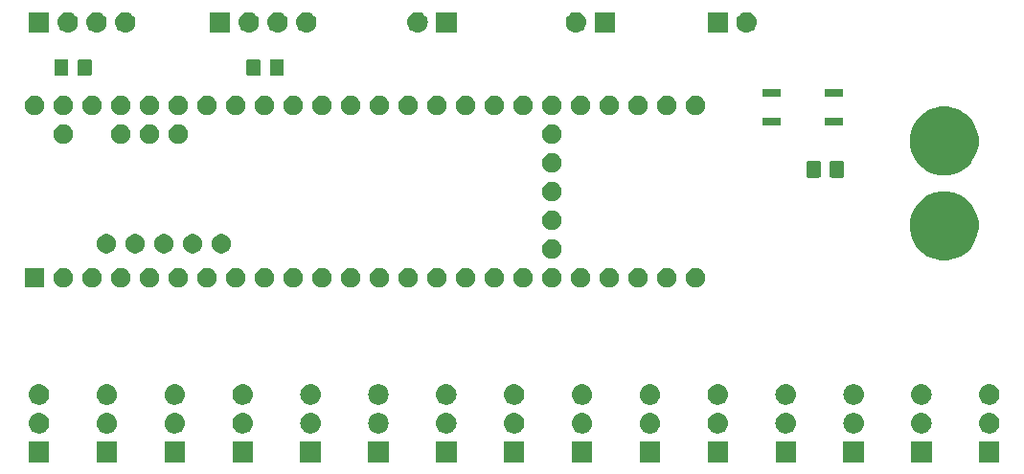
<source format=gbr>
G04 #@! TF.GenerationSoftware,KiCad,Pcbnew,(5.0.2)-1*
G04 #@! TF.CreationDate,2019-10-18T18:51:17-07:00*
G04 #@! TF.ProjectId,Arduino Project,41726475-696e-46f2-9050-726f6a656374,rev?*
G04 #@! TF.SameCoordinates,Original*
G04 #@! TF.FileFunction,Soldermask,Top*
G04 #@! TF.FilePolarity,Negative*
%FSLAX46Y46*%
G04 Gerber Fmt 4.6, Leading zero omitted, Abs format (unit mm)*
G04 Created by KiCad (PCBNEW (5.0.2)-1) date 10/18/2019 6:51:17 PM*
%MOMM*%
%LPD*%
G01*
G04 APERTURE LIST*
%ADD10C,0.100000*%
G04 APERTURE END LIST*
D10*
G36*
X173901000Y-84901000D02*
X172099000Y-84901000D01*
X172099000Y-83099000D01*
X173901000Y-83099000D01*
X173901000Y-84901000D01*
X173901000Y-84901000D01*
G37*
G36*
X113901000Y-84901000D02*
X112099000Y-84901000D01*
X112099000Y-83099000D01*
X113901000Y-83099000D01*
X113901000Y-84901000D01*
X113901000Y-84901000D01*
G37*
G36*
X137901000Y-84901000D02*
X136099000Y-84901000D01*
X136099000Y-83099000D01*
X137901000Y-83099000D01*
X137901000Y-84901000D01*
X137901000Y-84901000D01*
G37*
G36*
X131901000Y-84901000D02*
X130099000Y-84901000D01*
X130099000Y-83099000D01*
X131901000Y-83099000D01*
X131901000Y-84901000D01*
X131901000Y-84901000D01*
G37*
G36*
X125901000Y-84901000D02*
X124099000Y-84901000D01*
X124099000Y-83099000D01*
X125901000Y-83099000D01*
X125901000Y-84901000D01*
X125901000Y-84901000D01*
G37*
G36*
X119901000Y-84901000D02*
X118099000Y-84901000D01*
X118099000Y-83099000D01*
X119901000Y-83099000D01*
X119901000Y-84901000D01*
X119901000Y-84901000D01*
G37*
G36*
X107901000Y-84901000D02*
X106099000Y-84901000D01*
X106099000Y-83099000D01*
X107901000Y-83099000D01*
X107901000Y-84901000D01*
X107901000Y-84901000D01*
G37*
G36*
X101901000Y-84901000D02*
X100099000Y-84901000D01*
X100099000Y-83099000D01*
X101901000Y-83099000D01*
X101901000Y-84901000D01*
X101901000Y-84901000D01*
G37*
G36*
X95901000Y-84901000D02*
X94099000Y-84901000D01*
X94099000Y-83099000D01*
X95901000Y-83099000D01*
X95901000Y-84901000D01*
X95901000Y-84901000D01*
G37*
G36*
X89901000Y-84901000D02*
X88099000Y-84901000D01*
X88099000Y-83099000D01*
X89901000Y-83099000D01*
X89901000Y-84901000D01*
X89901000Y-84901000D01*
G37*
G36*
X143901000Y-84901000D02*
X142099000Y-84901000D01*
X142099000Y-83099000D01*
X143901000Y-83099000D01*
X143901000Y-84901000D01*
X143901000Y-84901000D01*
G37*
G36*
X149901000Y-84901000D02*
X148099000Y-84901000D01*
X148099000Y-83099000D01*
X149901000Y-83099000D01*
X149901000Y-84901000D01*
X149901000Y-84901000D01*
G37*
G36*
X155901000Y-84901000D02*
X154099000Y-84901000D01*
X154099000Y-83099000D01*
X155901000Y-83099000D01*
X155901000Y-84901000D01*
X155901000Y-84901000D01*
G37*
G36*
X161901000Y-84901000D02*
X160099000Y-84901000D01*
X160099000Y-83099000D01*
X161901000Y-83099000D01*
X161901000Y-84901000D01*
X161901000Y-84901000D01*
G37*
G36*
X167901000Y-84901000D02*
X166099000Y-84901000D01*
X166099000Y-83099000D01*
X167901000Y-83099000D01*
X167901000Y-84901000D01*
X167901000Y-84901000D01*
G37*
G36*
X173110442Y-80565518D02*
X173176627Y-80572037D01*
X173289853Y-80606384D01*
X173346467Y-80623557D01*
X173485087Y-80697652D01*
X173502991Y-80707222D01*
X173538729Y-80736552D01*
X173640186Y-80819814D01*
X173723448Y-80921271D01*
X173752778Y-80957009D01*
X173752779Y-80957011D01*
X173836443Y-81113533D01*
X173836443Y-81113534D01*
X173887963Y-81283373D01*
X173905359Y-81460000D01*
X173887963Y-81636627D01*
X173853616Y-81749853D01*
X173836443Y-81806467D01*
X173762348Y-81945087D01*
X173752778Y-81962991D01*
X173723448Y-81998729D01*
X173640186Y-82100186D01*
X173538729Y-82183448D01*
X173502991Y-82212778D01*
X173502989Y-82212779D01*
X173346467Y-82296443D01*
X173289853Y-82313616D01*
X173176627Y-82347963D01*
X173110442Y-82354482D01*
X173044260Y-82361000D01*
X172955740Y-82361000D01*
X172889558Y-82354482D01*
X172823373Y-82347963D01*
X172710147Y-82313616D01*
X172653533Y-82296443D01*
X172497011Y-82212779D01*
X172497009Y-82212778D01*
X172461271Y-82183448D01*
X172359814Y-82100186D01*
X172276552Y-81998729D01*
X172247222Y-81962991D01*
X172237652Y-81945087D01*
X172163557Y-81806467D01*
X172146384Y-81749853D01*
X172112037Y-81636627D01*
X172094641Y-81460000D01*
X172112037Y-81283373D01*
X172163557Y-81113534D01*
X172163557Y-81113533D01*
X172247221Y-80957011D01*
X172247222Y-80957009D01*
X172276552Y-80921271D01*
X172359814Y-80819814D01*
X172461271Y-80736552D01*
X172497009Y-80707222D01*
X172514913Y-80697652D01*
X172653533Y-80623557D01*
X172710147Y-80606384D01*
X172823373Y-80572037D01*
X172889558Y-80565518D01*
X172955740Y-80559000D01*
X173044260Y-80559000D01*
X173110442Y-80565518D01*
X173110442Y-80565518D01*
G37*
G36*
X101110442Y-80565518D02*
X101176627Y-80572037D01*
X101289853Y-80606384D01*
X101346467Y-80623557D01*
X101485087Y-80697652D01*
X101502991Y-80707222D01*
X101538729Y-80736552D01*
X101640186Y-80819814D01*
X101723448Y-80921271D01*
X101752778Y-80957009D01*
X101752779Y-80957011D01*
X101836443Y-81113533D01*
X101836443Y-81113534D01*
X101887963Y-81283373D01*
X101905359Y-81460000D01*
X101887963Y-81636627D01*
X101853616Y-81749853D01*
X101836443Y-81806467D01*
X101762348Y-81945087D01*
X101752778Y-81962991D01*
X101723448Y-81998729D01*
X101640186Y-82100186D01*
X101538729Y-82183448D01*
X101502991Y-82212778D01*
X101502989Y-82212779D01*
X101346467Y-82296443D01*
X101289853Y-82313616D01*
X101176627Y-82347963D01*
X101110442Y-82354482D01*
X101044260Y-82361000D01*
X100955740Y-82361000D01*
X100889558Y-82354482D01*
X100823373Y-82347963D01*
X100710147Y-82313616D01*
X100653533Y-82296443D01*
X100497011Y-82212779D01*
X100497009Y-82212778D01*
X100461271Y-82183448D01*
X100359814Y-82100186D01*
X100276552Y-81998729D01*
X100247222Y-81962991D01*
X100237652Y-81945087D01*
X100163557Y-81806467D01*
X100146384Y-81749853D01*
X100112037Y-81636627D01*
X100094641Y-81460000D01*
X100112037Y-81283373D01*
X100163557Y-81113534D01*
X100163557Y-81113533D01*
X100247221Y-80957011D01*
X100247222Y-80957009D01*
X100276552Y-80921271D01*
X100359814Y-80819814D01*
X100461271Y-80736552D01*
X100497009Y-80707222D01*
X100514913Y-80697652D01*
X100653533Y-80623557D01*
X100710147Y-80606384D01*
X100823373Y-80572037D01*
X100889558Y-80565518D01*
X100955740Y-80559000D01*
X101044260Y-80559000D01*
X101110442Y-80565518D01*
X101110442Y-80565518D01*
G37*
G36*
X131110442Y-80565518D02*
X131176627Y-80572037D01*
X131289853Y-80606384D01*
X131346467Y-80623557D01*
X131485087Y-80697652D01*
X131502991Y-80707222D01*
X131538729Y-80736552D01*
X131640186Y-80819814D01*
X131723448Y-80921271D01*
X131752778Y-80957009D01*
X131752779Y-80957011D01*
X131836443Y-81113533D01*
X131836443Y-81113534D01*
X131887963Y-81283373D01*
X131905359Y-81460000D01*
X131887963Y-81636627D01*
X131853616Y-81749853D01*
X131836443Y-81806467D01*
X131762348Y-81945087D01*
X131752778Y-81962991D01*
X131723448Y-81998729D01*
X131640186Y-82100186D01*
X131538729Y-82183448D01*
X131502991Y-82212778D01*
X131502989Y-82212779D01*
X131346467Y-82296443D01*
X131289853Y-82313616D01*
X131176627Y-82347963D01*
X131110442Y-82354482D01*
X131044260Y-82361000D01*
X130955740Y-82361000D01*
X130889558Y-82354482D01*
X130823373Y-82347963D01*
X130710147Y-82313616D01*
X130653533Y-82296443D01*
X130497011Y-82212779D01*
X130497009Y-82212778D01*
X130461271Y-82183448D01*
X130359814Y-82100186D01*
X130276552Y-81998729D01*
X130247222Y-81962991D01*
X130237652Y-81945087D01*
X130163557Y-81806467D01*
X130146384Y-81749853D01*
X130112037Y-81636627D01*
X130094641Y-81460000D01*
X130112037Y-81283373D01*
X130163557Y-81113534D01*
X130163557Y-81113533D01*
X130247221Y-80957011D01*
X130247222Y-80957009D01*
X130276552Y-80921271D01*
X130359814Y-80819814D01*
X130461271Y-80736552D01*
X130497009Y-80707222D01*
X130514913Y-80697652D01*
X130653533Y-80623557D01*
X130710147Y-80606384D01*
X130823373Y-80572037D01*
X130889558Y-80565518D01*
X130955740Y-80559000D01*
X131044260Y-80559000D01*
X131110442Y-80565518D01*
X131110442Y-80565518D01*
G37*
G36*
X107110442Y-80565518D02*
X107176627Y-80572037D01*
X107289853Y-80606384D01*
X107346467Y-80623557D01*
X107485087Y-80697652D01*
X107502991Y-80707222D01*
X107538729Y-80736552D01*
X107640186Y-80819814D01*
X107723448Y-80921271D01*
X107752778Y-80957009D01*
X107752779Y-80957011D01*
X107836443Y-81113533D01*
X107836443Y-81113534D01*
X107887963Y-81283373D01*
X107905359Y-81460000D01*
X107887963Y-81636627D01*
X107853616Y-81749853D01*
X107836443Y-81806467D01*
X107762348Y-81945087D01*
X107752778Y-81962991D01*
X107723448Y-81998729D01*
X107640186Y-82100186D01*
X107538729Y-82183448D01*
X107502991Y-82212778D01*
X107502989Y-82212779D01*
X107346467Y-82296443D01*
X107289853Y-82313616D01*
X107176627Y-82347963D01*
X107110442Y-82354482D01*
X107044260Y-82361000D01*
X106955740Y-82361000D01*
X106889558Y-82354482D01*
X106823373Y-82347963D01*
X106710147Y-82313616D01*
X106653533Y-82296443D01*
X106497011Y-82212779D01*
X106497009Y-82212778D01*
X106461271Y-82183448D01*
X106359814Y-82100186D01*
X106276552Y-81998729D01*
X106247222Y-81962991D01*
X106237652Y-81945087D01*
X106163557Y-81806467D01*
X106146384Y-81749853D01*
X106112037Y-81636627D01*
X106094641Y-81460000D01*
X106112037Y-81283373D01*
X106163557Y-81113534D01*
X106163557Y-81113533D01*
X106247221Y-80957011D01*
X106247222Y-80957009D01*
X106276552Y-80921271D01*
X106359814Y-80819814D01*
X106461271Y-80736552D01*
X106497009Y-80707222D01*
X106514913Y-80697652D01*
X106653533Y-80623557D01*
X106710147Y-80606384D01*
X106823373Y-80572037D01*
X106889558Y-80565518D01*
X106955740Y-80559000D01*
X107044260Y-80559000D01*
X107110442Y-80565518D01*
X107110442Y-80565518D01*
G37*
G36*
X167110442Y-80565518D02*
X167176627Y-80572037D01*
X167289853Y-80606384D01*
X167346467Y-80623557D01*
X167485087Y-80697652D01*
X167502991Y-80707222D01*
X167538729Y-80736552D01*
X167640186Y-80819814D01*
X167723448Y-80921271D01*
X167752778Y-80957009D01*
X167752779Y-80957011D01*
X167836443Y-81113533D01*
X167836443Y-81113534D01*
X167887963Y-81283373D01*
X167905359Y-81460000D01*
X167887963Y-81636627D01*
X167853616Y-81749853D01*
X167836443Y-81806467D01*
X167762348Y-81945087D01*
X167752778Y-81962991D01*
X167723448Y-81998729D01*
X167640186Y-82100186D01*
X167538729Y-82183448D01*
X167502991Y-82212778D01*
X167502989Y-82212779D01*
X167346467Y-82296443D01*
X167289853Y-82313616D01*
X167176627Y-82347963D01*
X167110442Y-82354482D01*
X167044260Y-82361000D01*
X166955740Y-82361000D01*
X166889558Y-82354482D01*
X166823373Y-82347963D01*
X166710147Y-82313616D01*
X166653533Y-82296443D01*
X166497011Y-82212779D01*
X166497009Y-82212778D01*
X166461271Y-82183448D01*
X166359814Y-82100186D01*
X166276552Y-81998729D01*
X166247222Y-81962991D01*
X166237652Y-81945087D01*
X166163557Y-81806467D01*
X166146384Y-81749853D01*
X166112037Y-81636627D01*
X166094641Y-81460000D01*
X166112037Y-81283373D01*
X166163557Y-81113534D01*
X166163557Y-81113533D01*
X166247221Y-80957011D01*
X166247222Y-80957009D01*
X166276552Y-80921271D01*
X166359814Y-80819814D01*
X166461271Y-80736552D01*
X166497009Y-80707222D01*
X166514913Y-80697652D01*
X166653533Y-80623557D01*
X166710147Y-80606384D01*
X166823373Y-80572037D01*
X166889558Y-80565518D01*
X166955740Y-80559000D01*
X167044260Y-80559000D01*
X167110442Y-80565518D01*
X167110442Y-80565518D01*
G37*
G36*
X161110442Y-80565518D02*
X161176627Y-80572037D01*
X161289853Y-80606384D01*
X161346467Y-80623557D01*
X161485087Y-80697652D01*
X161502991Y-80707222D01*
X161538729Y-80736552D01*
X161640186Y-80819814D01*
X161723448Y-80921271D01*
X161752778Y-80957009D01*
X161752779Y-80957011D01*
X161836443Y-81113533D01*
X161836443Y-81113534D01*
X161887963Y-81283373D01*
X161905359Y-81460000D01*
X161887963Y-81636627D01*
X161853616Y-81749853D01*
X161836443Y-81806467D01*
X161762348Y-81945087D01*
X161752778Y-81962991D01*
X161723448Y-81998729D01*
X161640186Y-82100186D01*
X161538729Y-82183448D01*
X161502991Y-82212778D01*
X161502989Y-82212779D01*
X161346467Y-82296443D01*
X161289853Y-82313616D01*
X161176627Y-82347963D01*
X161110442Y-82354482D01*
X161044260Y-82361000D01*
X160955740Y-82361000D01*
X160889558Y-82354482D01*
X160823373Y-82347963D01*
X160710147Y-82313616D01*
X160653533Y-82296443D01*
X160497011Y-82212779D01*
X160497009Y-82212778D01*
X160461271Y-82183448D01*
X160359814Y-82100186D01*
X160276552Y-81998729D01*
X160247222Y-81962991D01*
X160237652Y-81945087D01*
X160163557Y-81806467D01*
X160146384Y-81749853D01*
X160112037Y-81636627D01*
X160094641Y-81460000D01*
X160112037Y-81283373D01*
X160163557Y-81113534D01*
X160163557Y-81113533D01*
X160247221Y-80957011D01*
X160247222Y-80957009D01*
X160276552Y-80921271D01*
X160359814Y-80819814D01*
X160461271Y-80736552D01*
X160497009Y-80707222D01*
X160514913Y-80697652D01*
X160653533Y-80623557D01*
X160710147Y-80606384D01*
X160823373Y-80572037D01*
X160889558Y-80565518D01*
X160955740Y-80559000D01*
X161044260Y-80559000D01*
X161110442Y-80565518D01*
X161110442Y-80565518D01*
G37*
G36*
X125110442Y-80565518D02*
X125176627Y-80572037D01*
X125289853Y-80606384D01*
X125346467Y-80623557D01*
X125485087Y-80697652D01*
X125502991Y-80707222D01*
X125538729Y-80736552D01*
X125640186Y-80819814D01*
X125723448Y-80921271D01*
X125752778Y-80957009D01*
X125752779Y-80957011D01*
X125836443Y-81113533D01*
X125836443Y-81113534D01*
X125887963Y-81283373D01*
X125905359Y-81460000D01*
X125887963Y-81636627D01*
X125853616Y-81749853D01*
X125836443Y-81806467D01*
X125762348Y-81945087D01*
X125752778Y-81962991D01*
X125723448Y-81998729D01*
X125640186Y-82100186D01*
X125538729Y-82183448D01*
X125502991Y-82212778D01*
X125502989Y-82212779D01*
X125346467Y-82296443D01*
X125289853Y-82313616D01*
X125176627Y-82347963D01*
X125110442Y-82354482D01*
X125044260Y-82361000D01*
X124955740Y-82361000D01*
X124889558Y-82354482D01*
X124823373Y-82347963D01*
X124710147Y-82313616D01*
X124653533Y-82296443D01*
X124497011Y-82212779D01*
X124497009Y-82212778D01*
X124461271Y-82183448D01*
X124359814Y-82100186D01*
X124276552Y-81998729D01*
X124247222Y-81962991D01*
X124237652Y-81945087D01*
X124163557Y-81806467D01*
X124146384Y-81749853D01*
X124112037Y-81636627D01*
X124094641Y-81460000D01*
X124112037Y-81283373D01*
X124163557Y-81113534D01*
X124163557Y-81113533D01*
X124247221Y-80957011D01*
X124247222Y-80957009D01*
X124276552Y-80921271D01*
X124359814Y-80819814D01*
X124461271Y-80736552D01*
X124497009Y-80707222D01*
X124514913Y-80697652D01*
X124653533Y-80623557D01*
X124710147Y-80606384D01*
X124823373Y-80572037D01*
X124889558Y-80565518D01*
X124955740Y-80559000D01*
X125044260Y-80559000D01*
X125110442Y-80565518D01*
X125110442Y-80565518D01*
G37*
G36*
X119110442Y-80565518D02*
X119176627Y-80572037D01*
X119289853Y-80606384D01*
X119346467Y-80623557D01*
X119485087Y-80697652D01*
X119502991Y-80707222D01*
X119538729Y-80736552D01*
X119640186Y-80819814D01*
X119723448Y-80921271D01*
X119752778Y-80957009D01*
X119752779Y-80957011D01*
X119836443Y-81113533D01*
X119836443Y-81113534D01*
X119887963Y-81283373D01*
X119905359Y-81460000D01*
X119887963Y-81636627D01*
X119853616Y-81749853D01*
X119836443Y-81806467D01*
X119762348Y-81945087D01*
X119752778Y-81962991D01*
X119723448Y-81998729D01*
X119640186Y-82100186D01*
X119538729Y-82183448D01*
X119502991Y-82212778D01*
X119502989Y-82212779D01*
X119346467Y-82296443D01*
X119289853Y-82313616D01*
X119176627Y-82347963D01*
X119110442Y-82354482D01*
X119044260Y-82361000D01*
X118955740Y-82361000D01*
X118889558Y-82354482D01*
X118823373Y-82347963D01*
X118710147Y-82313616D01*
X118653533Y-82296443D01*
X118497011Y-82212779D01*
X118497009Y-82212778D01*
X118461271Y-82183448D01*
X118359814Y-82100186D01*
X118276552Y-81998729D01*
X118247222Y-81962991D01*
X118237652Y-81945087D01*
X118163557Y-81806467D01*
X118146384Y-81749853D01*
X118112037Y-81636627D01*
X118094641Y-81460000D01*
X118112037Y-81283373D01*
X118163557Y-81113534D01*
X118163557Y-81113533D01*
X118247221Y-80957011D01*
X118247222Y-80957009D01*
X118276552Y-80921271D01*
X118359814Y-80819814D01*
X118461271Y-80736552D01*
X118497009Y-80707222D01*
X118514913Y-80697652D01*
X118653533Y-80623557D01*
X118710147Y-80606384D01*
X118823373Y-80572037D01*
X118889558Y-80565518D01*
X118955740Y-80559000D01*
X119044260Y-80559000D01*
X119110442Y-80565518D01*
X119110442Y-80565518D01*
G37*
G36*
X149110442Y-80565518D02*
X149176627Y-80572037D01*
X149289853Y-80606384D01*
X149346467Y-80623557D01*
X149485087Y-80697652D01*
X149502991Y-80707222D01*
X149538729Y-80736552D01*
X149640186Y-80819814D01*
X149723448Y-80921271D01*
X149752778Y-80957009D01*
X149752779Y-80957011D01*
X149836443Y-81113533D01*
X149836443Y-81113534D01*
X149887963Y-81283373D01*
X149905359Y-81460000D01*
X149887963Y-81636627D01*
X149853616Y-81749853D01*
X149836443Y-81806467D01*
X149762348Y-81945087D01*
X149752778Y-81962991D01*
X149723448Y-81998729D01*
X149640186Y-82100186D01*
X149538729Y-82183448D01*
X149502991Y-82212778D01*
X149502989Y-82212779D01*
X149346467Y-82296443D01*
X149289853Y-82313616D01*
X149176627Y-82347963D01*
X149110442Y-82354482D01*
X149044260Y-82361000D01*
X148955740Y-82361000D01*
X148889558Y-82354482D01*
X148823373Y-82347963D01*
X148710147Y-82313616D01*
X148653533Y-82296443D01*
X148497011Y-82212779D01*
X148497009Y-82212778D01*
X148461271Y-82183448D01*
X148359814Y-82100186D01*
X148276552Y-81998729D01*
X148247222Y-81962991D01*
X148237652Y-81945087D01*
X148163557Y-81806467D01*
X148146384Y-81749853D01*
X148112037Y-81636627D01*
X148094641Y-81460000D01*
X148112037Y-81283373D01*
X148163557Y-81113534D01*
X148163557Y-81113533D01*
X148247221Y-80957011D01*
X148247222Y-80957009D01*
X148276552Y-80921271D01*
X148359814Y-80819814D01*
X148461271Y-80736552D01*
X148497009Y-80707222D01*
X148514913Y-80697652D01*
X148653533Y-80623557D01*
X148710147Y-80606384D01*
X148823373Y-80572037D01*
X148889558Y-80565518D01*
X148955740Y-80559000D01*
X149044260Y-80559000D01*
X149110442Y-80565518D01*
X149110442Y-80565518D01*
G37*
G36*
X95110442Y-80565518D02*
X95176627Y-80572037D01*
X95289853Y-80606384D01*
X95346467Y-80623557D01*
X95485087Y-80697652D01*
X95502991Y-80707222D01*
X95538729Y-80736552D01*
X95640186Y-80819814D01*
X95723448Y-80921271D01*
X95752778Y-80957009D01*
X95752779Y-80957011D01*
X95836443Y-81113533D01*
X95836443Y-81113534D01*
X95887963Y-81283373D01*
X95905359Y-81460000D01*
X95887963Y-81636627D01*
X95853616Y-81749853D01*
X95836443Y-81806467D01*
X95762348Y-81945087D01*
X95752778Y-81962991D01*
X95723448Y-81998729D01*
X95640186Y-82100186D01*
X95538729Y-82183448D01*
X95502991Y-82212778D01*
X95502989Y-82212779D01*
X95346467Y-82296443D01*
X95289853Y-82313616D01*
X95176627Y-82347963D01*
X95110442Y-82354482D01*
X95044260Y-82361000D01*
X94955740Y-82361000D01*
X94889558Y-82354482D01*
X94823373Y-82347963D01*
X94710147Y-82313616D01*
X94653533Y-82296443D01*
X94497011Y-82212779D01*
X94497009Y-82212778D01*
X94461271Y-82183448D01*
X94359814Y-82100186D01*
X94276552Y-81998729D01*
X94247222Y-81962991D01*
X94237652Y-81945087D01*
X94163557Y-81806467D01*
X94146384Y-81749853D01*
X94112037Y-81636627D01*
X94094641Y-81460000D01*
X94112037Y-81283373D01*
X94163557Y-81113534D01*
X94163557Y-81113533D01*
X94247221Y-80957011D01*
X94247222Y-80957009D01*
X94276552Y-80921271D01*
X94359814Y-80819814D01*
X94461271Y-80736552D01*
X94497009Y-80707222D01*
X94514913Y-80697652D01*
X94653533Y-80623557D01*
X94710147Y-80606384D01*
X94823373Y-80572037D01*
X94889558Y-80565518D01*
X94955740Y-80559000D01*
X95044260Y-80559000D01*
X95110442Y-80565518D01*
X95110442Y-80565518D01*
G37*
G36*
X137110442Y-80565518D02*
X137176627Y-80572037D01*
X137289853Y-80606384D01*
X137346467Y-80623557D01*
X137485087Y-80697652D01*
X137502991Y-80707222D01*
X137538729Y-80736552D01*
X137640186Y-80819814D01*
X137723448Y-80921271D01*
X137752778Y-80957009D01*
X137752779Y-80957011D01*
X137836443Y-81113533D01*
X137836443Y-81113534D01*
X137887963Y-81283373D01*
X137905359Y-81460000D01*
X137887963Y-81636627D01*
X137853616Y-81749853D01*
X137836443Y-81806467D01*
X137762348Y-81945087D01*
X137752778Y-81962991D01*
X137723448Y-81998729D01*
X137640186Y-82100186D01*
X137538729Y-82183448D01*
X137502991Y-82212778D01*
X137502989Y-82212779D01*
X137346467Y-82296443D01*
X137289853Y-82313616D01*
X137176627Y-82347963D01*
X137110442Y-82354482D01*
X137044260Y-82361000D01*
X136955740Y-82361000D01*
X136889558Y-82354482D01*
X136823373Y-82347963D01*
X136710147Y-82313616D01*
X136653533Y-82296443D01*
X136497011Y-82212779D01*
X136497009Y-82212778D01*
X136461271Y-82183448D01*
X136359814Y-82100186D01*
X136276552Y-81998729D01*
X136247222Y-81962991D01*
X136237652Y-81945087D01*
X136163557Y-81806467D01*
X136146384Y-81749853D01*
X136112037Y-81636627D01*
X136094641Y-81460000D01*
X136112037Y-81283373D01*
X136163557Y-81113534D01*
X136163557Y-81113533D01*
X136247221Y-80957011D01*
X136247222Y-80957009D01*
X136276552Y-80921271D01*
X136359814Y-80819814D01*
X136461271Y-80736552D01*
X136497009Y-80707222D01*
X136514913Y-80697652D01*
X136653533Y-80623557D01*
X136710147Y-80606384D01*
X136823373Y-80572037D01*
X136889558Y-80565518D01*
X136955740Y-80559000D01*
X137044260Y-80559000D01*
X137110442Y-80565518D01*
X137110442Y-80565518D01*
G37*
G36*
X143110442Y-80565518D02*
X143176627Y-80572037D01*
X143289853Y-80606384D01*
X143346467Y-80623557D01*
X143485087Y-80697652D01*
X143502991Y-80707222D01*
X143538729Y-80736552D01*
X143640186Y-80819814D01*
X143723448Y-80921271D01*
X143752778Y-80957009D01*
X143752779Y-80957011D01*
X143836443Y-81113533D01*
X143836443Y-81113534D01*
X143887963Y-81283373D01*
X143905359Y-81460000D01*
X143887963Y-81636627D01*
X143853616Y-81749853D01*
X143836443Y-81806467D01*
X143762348Y-81945087D01*
X143752778Y-81962991D01*
X143723448Y-81998729D01*
X143640186Y-82100186D01*
X143538729Y-82183448D01*
X143502991Y-82212778D01*
X143502989Y-82212779D01*
X143346467Y-82296443D01*
X143289853Y-82313616D01*
X143176627Y-82347963D01*
X143110442Y-82354482D01*
X143044260Y-82361000D01*
X142955740Y-82361000D01*
X142889558Y-82354482D01*
X142823373Y-82347963D01*
X142710147Y-82313616D01*
X142653533Y-82296443D01*
X142497011Y-82212779D01*
X142497009Y-82212778D01*
X142461271Y-82183448D01*
X142359814Y-82100186D01*
X142276552Y-81998729D01*
X142247222Y-81962991D01*
X142237652Y-81945087D01*
X142163557Y-81806467D01*
X142146384Y-81749853D01*
X142112037Y-81636627D01*
X142094641Y-81460000D01*
X142112037Y-81283373D01*
X142163557Y-81113534D01*
X142163557Y-81113533D01*
X142247221Y-80957011D01*
X142247222Y-80957009D01*
X142276552Y-80921271D01*
X142359814Y-80819814D01*
X142461271Y-80736552D01*
X142497009Y-80707222D01*
X142514913Y-80697652D01*
X142653533Y-80623557D01*
X142710147Y-80606384D01*
X142823373Y-80572037D01*
X142889558Y-80565518D01*
X142955740Y-80559000D01*
X143044260Y-80559000D01*
X143110442Y-80565518D01*
X143110442Y-80565518D01*
G37*
G36*
X89110442Y-80565518D02*
X89176627Y-80572037D01*
X89289853Y-80606384D01*
X89346467Y-80623557D01*
X89485087Y-80697652D01*
X89502991Y-80707222D01*
X89538729Y-80736552D01*
X89640186Y-80819814D01*
X89723448Y-80921271D01*
X89752778Y-80957009D01*
X89752779Y-80957011D01*
X89836443Y-81113533D01*
X89836443Y-81113534D01*
X89887963Y-81283373D01*
X89905359Y-81460000D01*
X89887963Y-81636627D01*
X89853616Y-81749853D01*
X89836443Y-81806467D01*
X89762348Y-81945087D01*
X89752778Y-81962991D01*
X89723448Y-81998729D01*
X89640186Y-82100186D01*
X89538729Y-82183448D01*
X89502991Y-82212778D01*
X89502989Y-82212779D01*
X89346467Y-82296443D01*
X89289853Y-82313616D01*
X89176627Y-82347963D01*
X89110442Y-82354482D01*
X89044260Y-82361000D01*
X88955740Y-82361000D01*
X88889558Y-82354482D01*
X88823373Y-82347963D01*
X88710147Y-82313616D01*
X88653533Y-82296443D01*
X88497011Y-82212779D01*
X88497009Y-82212778D01*
X88461271Y-82183448D01*
X88359814Y-82100186D01*
X88276552Y-81998729D01*
X88247222Y-81962991D01*
X88237652Y-81945087D01*
X88163557Y-81806467D01*
X88146384Y-81749853D01*
X88112037Y-81636627D01*
X88094641Y-81460000D01*
X88112037Y-81283373D01*
X88163557Y-81113534D01*
X88163557Y-81113533D01*
X88247221Y-80957011D01*
X88247222Y-80957009D01*
X88276552Y-80921271D01*
X88359814Y-80819814D01*
X88461271Y-80736552D01*
X88497009Y-80707222D01*
X88514913Y-80697652D01*
X88653533Y-80623557D01*
X88710147Y-80606384D01*
X88823373Y-80572037D01*
X88889558Y-80565518D01*
X88955740Y-80559000D01*
X89044260Y-80559000D01*
X89110442Y-80565518D01*
X89110442Y-80565518D01*
G37*
G36*
X113110442Y-80565518D02*
X113176627Y-80572037D01*
X113289853Y-80606384D01*
X113346467Y-80623557D01*
X113485087Y-80697652D01*
X113502991Y-80707222D01*
X113538729Y-80736552D01*
X113640186Y-80819814D01*
X113723448Y-80921271D01*
X113752778Y-80957009D01*
X113752779Y-80957011D01*
X113836443Y-81113533D01*
X113836443Y-81113534D01*
X113887963Y-81283373D01*
X113905359Y-81460000D01*
X113887963Y-81636627D01*
X113853616Y-81749853D01*
X113836443Y-81806467D01*
X113762348Y-81945087D01*
X113752778Y-81962991D01*
X113723448Y-81998729D01*
X113640186Y-82100186D01*
X113538729Y-82183448D01*
X113502991Y-82212778D01*
X113502989Y-82212779D01*
X113346467Y-82296443D01*
X113289853Y-82313616D01*
X113176627Y-82347963D01*
X113110442Y-82354482D01*
X113044260Y-82361000D01*
X112955740Y-82361000D01*
X112889558Y-82354482D01*
X112823373Y-82347963D01*
X112710147Y-82313616D01*
X112653533Y-82296443D01*
X112497011Y-82212779D01*
X112497009Y-82212778D01*
X112461271Y-82183448D01*
X112359814Y-82100186D01*
X112276552Y-81998729D01*
X112247222Y-81962991D01*
X112237652Y-81945087D01*
X112163557Y-81806467D01*
X112146384Y-81749853D01*
X112112037Y-81636627D01*
X112094641Y-81460000D01*
X112112037Y-81283373D01*
X112163557Y-81113534D01*
X112163557Y-81113533D01*
X112247221Y-80957011D01*
X112247222Y-80957009D01*
X112276552Y-80921271D01*
X112359814Y-80819814D01*
X112461271Y-80736552D01*
X112497009Y-80707222D01*
X112514913Y-80697652D01*
X112653533Y-80623557D01*
X112710147Y-80606384D01*
X112823373Y-80572037D01*
X112889558Y-80565518D01*
X112955740Y-80559000D01*
X113044260Y-80559000D01*
X113110442Y-80565518D01*
X113110442Y-80565518D01*
G37*
G36*
X155110442Y-80565518D02*
X155176627Y-80572037D01*
X155289853Y-80606384D01*
X155346467Y-80623557D01*
X155485087Y-80697652D01*
X155502991Y-80707222D01*
X155538729Y-80736552D01*
X155640186Y-80819814D01*
X155723448Y-80921271D01*
X155752778Y-80957009D01*
X155752779Y-80957011D01*
X155836443Y-81113533D01*
X155836443Y-81113534D01*
X155887963Y-81283373D01*
X155905359Y-81460000D01*
X155887963Y-81636627D01*
X155853616Y-81749853D01*
X155836443Y-81806467D01*
X155762348Y-81945087D01*
X155752778Y-81962991D01*
X155723448Y-81998729D01*
X155640186Y-82100186D01*
X155538729Y-82183448D01*
X155502991Y-82212778D01*
X155502989Y-82212779D01*
X155346467Y-82296443D01*
X155289853Y-82313616D01*
X155176627Y-82347963D01*
X155110442Y-82354482D01*
X155044260Y-82361000D01*
X154955740Y-82361000D01*
X154889558Y-82354482D01*
X154823373Y-82347963D01*
X154710147Y-82313616D01*
X154653533Y-82296443D01*
X154497011Y-82212779D01*
X154497009Y-82212778D01*
X154461271Y-82183448D01*
X154359814Y-82100186D01*
X154276552Y-81998729D01*
X154247222Y-81962991D01*
X154237652Y-81945087D01*
X154163557Y-81806467D01*
X154146384Y-81749853D01*
X154112037Y-81636627D01*
X154094641Y-81460000D01*
X154112037Y-81283373D01*
X154163557Y-81113534D01*
X154163557Y-81113533D01*
X154247221Y-80957011D01*
X154247222Y-80957009D01*
X154276552Y-80921271D01*
X154359814Y-80819814D01*
X154461271Y-80736552D01*
X154497009Y-80707222D01*
X154514913Y-80697652D01*
X154653533Y-80623557D01*
X154710147Y-80606384D01*
X154823373Y-80572037D01*
X154889558Y-80565518D01*
X154955740Y-80559000D01*
X155044260Y-80559000D01*
X155110442Y-80565518D01*
X155110442Y-80565518D01*
G37*
G36*
X89110442Y-78025518D02*
X89176627Y-78032037D01*
X89289853Y-78066384D01*
X89346467Y-78083557D01*
X89485087Y-78157652D01*
X89502991Y-78167222D01*
X89538729Y-78196552D01*
X89640186Y-78279814D01*
X89723448Y-78381271D01*
X89752778Y-78417009D01*
X89752779Y-78417011D01*
X89836443Y-78573533D01*
X89836443Y-78573534D01*
X89887963Y-78743373D01*
X89905359Y-78920000D01*
X89887963Y-79096627D01*
X89853616Y-79209853D01*
X89836443Y-79266467D01*
X89762348Y-79405087D01*
X89752778Y-79422991D01*
X89723448Y-79458729D01*
X89640186Y-79560186D01*
X89538729Y-79643448D01*
X89502991Y-79672778D01*
X89502989Y-79672779D01*
X89346467Y-79756443D01*
X89289853Y-79773616D01*
X89176627Y-79807963D01*
X89110443Y-79814481D01*
X89044260Y-79821000D01*
X88955740Y-79821000D01*
X88889557Y-79814481D01*
X88823373Y-79807963D01*
X88710147Y-79773616D01*
X88653533Y-79756443D01*
X88497011Y-79672779D01*
X88497009Y-79672778D01*
X88461271Y-79643448D01*
X88359814Y-79560186D01*
X88276552Y-79458729D01*
X88247222Y-79422991D01*
X88237652Y-79405087D01*
X88163557Y-79266467D01*
X88146384Y-79209853D01*
X88112037Y-79096627D01*
X88094641Y-78920000D01*
X88112037Y-78743373D01*
X88163557Y-78573534D01*
X88163557Y-78573533D01*
X88247221Y-78417011D01*
X88247222Y-78417009D01*
X88276552Y-78381271D01*
X88359814Y-78279814D01*
X88461271Y-78196552D01*
X88497009Y-78167222D01*
X88514913Y-78157652D01*
X88653533Y-78083557D01*
X88710147Y-78066384D01*
X88823373Y-78032037D01*
X88889558Y-78025518D01*
X88955740Y-78019000D01*
X89044260Y-78019000D01*
X89110442Y-78025518D01*
X89110442Y-78025518D01*
G37*
G36*
X173110442Y-78025518D02*
X173176627Y-78032037D01*
X173289853Y-78066384D01*
X173346467Y-78083557D01*
X173485087Y-78157652D01*
X173502991Y-78167222D01*
X173538729Y-78196552D01*
X173640186Y-78279814D01*
X173723448Y-78381271D01*
X173752778Y-78417009D01*
X173752779Y-78417011D01*
X173836443Y-78573533D01*
X173836443Y-78573534D01*
X173887963Y-78743373D01*
X173905359Y-78920000D01*
X173887963Y-79096627D01*
X173853616Y-79209853D01*
X173836443Y-79266467D01*
X173762348Y-79405087D01*
X173752778Y-79422991D01*
X173723448Y-79458729D01*
X173640186Y-79560186D01*
X173538729Y-79643448D01*
X173502991Y-79672778D01*
X173502989Y-79672779D01*
X173346467Y-79756443D01*
X173289853Y-79773616D01*
X173176627Y-79807963D01*
X173110443Y-79814481D01*
X173044260Y-79821000D01*
X172955740Y-79821000D01*
X172889557Y-79814481D01*
X172823373Y-79807963D01*
X172710147Y-79773616D01*
X172653533Y-79756443D01*
X172497011Y-79672779D01*
X172497009Y-79672778D01*
X172461271Y-79643448D01*
X172359814Y-79560186D01*
X172276552Y-79458729D01*
X172247222Y-79422991D01*
X172237652Y-79405087D01*
X172163557Y-79266467D01*
X172146384Y-79209853D01*
X172112037Y-79096627D01*
X172094641Y-78920000D01*
X172112037Y-78743373D01*
X172163557Y-78573534D01*
X172163557Y-78573533D01*
X172247221Y-78417011D01*
X172247222Y-78417009D01*
X172276552Y-78381271D01*
X172359814Y-78279814D01*
X172461271Y-78196552D01*
X172497009Y-78167222D01*
X172514913Y-78157652D01*
X172653533Y-78083557D01*
X172710147Y-78066384D01*
X172823373Y-78032037D01*
X172889558Y-78025518D01*
X172955740Y-78019000D01*
X173044260Y-78019000D01*
X173110442Y-78025518D01*
X173110442Y-78025518D01*
G37*
G36*
X95110442Y-78025518D02*
X95176627Y-78032037D01*
X95289853Y-78066384D01*
X95346467Y-78083557D01*
X95485087Y-78157652D01*
X95502991Y-78167222D01*
X95538729Y-78196552D01*
X95640186Y-78279814D01*
X95723448Y-78381271D01*
X95752778Y-78417009D01*
X95752779Y-78417011D01*
X95836443Y-78573533D01*
X95836443Y-78573534D01*
X95887963Y-78743373D01*
X95905359Y-78920000D01*
X95887963Y-79096627D01*
X95853616Y-79209853D01*
X95836443Y-79266467D01*
X95762348Y-79405087D01*
X95752778Y-79422991D01*
X95723448Y-79458729D01*
X95640186Y-79560186D01*
X95538729Y-79643448D01*
X95502991Y-79672778D01*
X95502989Y-79672779D01*
X95346467Y-79756443D01*
X95289853Y-79773616D01*
X95176627Y-79807963D01*
X95110443Y-79814481D01*
X95044260Y-79821000D01*
X94955740Y-79821000D01*
X94889557Y-79814481D01*
X94823373Y-79807963D01*
X94710147Y-79773616D01*
X94653533Y-79756443D01*
X94497011Y-79672779D01*
X94497009Y-79672778D01*
X94461271Y-79643448D01*
X94359814Y-79560186D01*
X94276552Y-79458729D01*
X94247222Y-79422991D01*
X94237652Y-79405087D01*
X94163557Y-79266467D01*
X94146384Y-79209853D01*
X94112037Y-79096627D01*
X94094641Y-78920000D01*
X94112037Y-78743373D01*
X94163557Y-78573534D01*
X94163557Y-78573533D01*
X94247221Y-78417011D01*
X94247222Y-78417009D01*
X94276552Y-78381271D01*
X94359814Y-78279814D01*
X94461271Y-78196552D01*
X94497009Y-78167222D01*
X94514913Y-78157652D01*
X94653533Y-78083557D01*
X94710147Y-78066384D01*
X94823373Y-78032037D01*
X94889558Y-78025518D01*
X94955740Y-78019000D01*
X95044260Y-78019000D01*
X95110442Y-78025518D01*
X95110442Y-78025518D01*
G37*
G36*
X101110442Y-78025518D02*
X101176627Y-78032037D01*
X101289853Y-78066384D01*
X101346467Y-78083557D01*
X101485087Y-78157652D01*
X101502991Y-78167222D01*
X101538729Y-78196552D01*
X101640186Y-78279814D01*
X101723448Y-78381271D01*
X101752778Y-78417009D01*
X101752779Y-78417011D01*
X101836443Y-78573533D01*
X101836443Y-78573534D01*
X101887963Y-78743373D01*
X101905359Y-78920000D01*
X101887963Y-79096627D01*
X101853616Y-79209853D01*
X101836443Y-79266467D01*
X101762348Y-79405087D01*
X101752778Y-79422991D01*
X101723448Y-79458729D01*
X101640186Y-79560186D01*
X101538729Y-79643448D01*
X101502991Y-79672778D01*
X101502989Y-79672779D01*
X101346467Y-79756443D01*
X101289853Y-79773616D01*
X101176627Y-79807963D01*
X101110443Y-79814481D01*
X101044260Y-79821000D01*
X100955740Y-79821000D01*
X100889557Y-79814481D01*
X100823373Y-79807963D01*
X100710147Y-79773616D01*
X100653533Y-79756443D01*
X100497011Y-79672779D01*
X100497009Y-79672778D01*
X100461271Y-79643448D01*
X100359814Y-79560186D01*
X100276552Y-79458729D01*
X100247222Y-79422991D01*
X100237652Y-79405087D01*
X100163557Y-79266467D01*
X100146384Y-79209853D01*
X100112037Y-79096627D01*
X100094641Y-78920000D01*
X100112037Y-78743373D01*
X100163557Y-78573534D01*
X100163557Y-78573533D01*
X100247221Y-78417011D01*
X100247222Y-78417009D01*
X100276552Y-78381271D01*
X100359814Y-78279814D01*
X100461271Y-78196552D01*
X100497009Y-78167222D01*
X100514913Y-78157652D01*
X100653533Y-78083557D01*
X100710147Y-78066384D01*
X100823373Y-78032037D01*
X100889558Y-78025518D01*
X100955740Y-78019000D01*
X101044260Y-78019000D01*
X101110442Y-78025518D01*
X101110442Y-78025518D01*
G37*
G36*
X107110442Y-78025518D02*
X107176627Y-78032037D01*
X107289853Y-78066384D01*
X107346467Y-78083557D01*
X107485087Y-78157652D01*
X107502991Y-78167222D01*
X107538729Y-78196552D01*
X107640186Y-78279814D01*
X107723448Y-78381271D01*
X107752778Y-78417009D01*
X107752779Y-78417011D01*
X107836443Y-78573533D01*
X107836443Y-78573534D01*
X107887963Y-78743373D01*
X107905359Y-78920000D01*
X107887963Y-79096627D01*
X107853616Y-79209853D01*
X107836443Y-79266467D01*
X107762348Y-79405087D01*
X107752778Y-79422991D01*
X107723448Y-79458729D01*
X107640186Y-79560186D01*
X107538729Y-79643448D01*
X107502991Y-79672778D01*
X107502989Y-79672779D01*
X107346467Y-79756443D01*
X107289853Y-79773616D01*
X107176627Y-79807963D01*
X107110443Y-79814481D01*
X107044260Y-79821000D01*
X106955740Y-79821000D01*
X106889557Y-79814481D01*
X106823373Y-79807963D01*
X106710147Y-79773616D01*
X106653533Y-79756443D01*
X106497011Y-79672779D01*
X106497009Y-79672778D01*
X106461271Y-79643448D01*
X106359814Y-79560186D01*
X106276552Y-79458729D01*
X106247222Y-79422991D01*
X106237652Y-79405087D01*
X106163557Y-79266467D01*
X106146384Y-79209853D01*
X106112037Y-79096627D01*
X106094641Y-78920000D01*
X106112037Y-78743373D01*
X106163557Y-78573534D01*
X106163557Y-78573533D01*
X106247221Y-78417011D01*
X106247222Y-78417009D01*
X106276552Y-78381271D01*
X106359814Y-78279814D01*
X106461271Y-78196552D01*
X106497009Y-78167222D01*
X106514913Y-78157652D01*
X106653533Y-78083557D01*
X106710147Y-78066384D01*
X106823373Y-78032037D01*
X106889558Y-78025518D01*
X106955740Y-78019000D01*
X107044260Y-78019000D01*
X107110442Y-78025518D01*
X107110442Y-78025518D01*
G37*
G36*
X113110442Y-78025518D02*
X113176627Y-78032037D01*
X113289853Y-78066384D01*
X113346467Y-78083557D01*
X113485087Y-78157652D01*
X113502991Y-78167222D01*
X113538729Y-78196552D01*
X113640186Y-78279814D01*
X113723448Y-78381271D01*
X113752778Y-78417009D01*
X113752779Y-78417011D01*
X113836443Y-78573533D01*
X113836443Y-78573534D01*
X113887963Y-78743373D01*
X113905359Y-78920000D01*
X113887963Y-79096627D01*
X113853616Y-79209853D01*
X113836443Y-79266467D01*
X113762348Y-79405087D01*
X113752778Y-79422991D01*
X113723448Y-79458729D01*
X113640186Y-79560186D01*
X113538729Y-79643448D01*
X113502991Y-79672778D01*
X113502989Y-79672779D01*
X113346467Y-79756443D01*
X113289853Y-79773616D01*
X113176627Y-79807963D01*
X113110443Y-79814481D01*
X113044260Y-79821000D01*
X112955740Y-79821000D01*
X112889557Y-79814481D01*
X112823373Y-79807963D01*
X112710147Y-79773616D01*
X112653533Y-79756443D01*
X112497011Y-79672779D01*
X112497009Y-79672778D01*
X112461271Y-79643448D01*
X112359814Y-79560186D01*
X112276552Y-79458729D01*
X112247222Y-79422991D01*
X112237652Y-79405087D01*
X112163557Y-79266467D01*
X112146384Y-79209853D01*
X112112037Y-79096627D01*
X112094641Y-78920000D01*
X112112037Y-78743373D01*
X112163557Y-78573534D01*
X112163557Y-78573533D01*
X112247221Y-78417011D01*
X112247222Y-78417009D01*
X112276552Y-78381271D01*
X112359814Y-78279814D01*
X112461271Y-78196552D01*
X112497009Y-78167222D01*
X112514913Y-78157652D01*
X112653533Y-78083557D01*
X112710147Y-78066384D01*
X112823373Y-78032037D01*
X112889558Y-78025518D01*
X112955740Y-78019000D01*
X113044260Y-78019000D01*
X113110442Y-78025518D01*
X113110442Y-78025518D01*
G37*
G36*
X167110442Y-78025518D02*
X167176627Y-78032037D01*
X167289853Y-78066384D01*
X167346467Y-78083557D01*
X167485087Y-78157652D01*
X167502991Y-78167222D01*
X167538729Y-78196552D01*
X167640186Y-78279814D01*
X167723448Y-78381271D01*
X167752778Y-78417009D01*
X167752779Y-78417011D01*
X167836443Y-78573533D01*
X167836443Y-78573534D01*
X167887963Y-78743373D01*
X167905359Y-78920000D01*
X167887963Y-79096627D01*
X167853616Y-79209853D01*
X167836443Y-79266467D01*
X167762348Y-79405087D01*
X167752778Y-79422991D01*
X167723448Y-79458729D01*
X167640186Y-79560186D01*
X167538729Y-79643448D01*
X167502991Y-79672778D01*
X167502989Y-79672779D01*
X167346467Y-79756443D01*
X167289853Y-79773616D01*
X167176627Y-79807963D01*
X167110443Y-79814481D01*
X167044260Y-79821000D01*
X166955740Y-79821000D01*
X166889557Y-79814481D01*
X166823373Y-79807963D01*
X166710147Y-79773616D01*
X166653533Y-79756443D01*
X166497011Y-79672779D01*
X166497009Y-79672778D01*
X166461271Y-79643448D01*
X166359814Y-79560186D01*
X166276552Y-79458729D01*
X166247222Y-79422991D01*
X166237652Y-79405087D01*
X166163557Y-79266467D01*
X166146384Y-79209853D01*
X166112037Y-79096627D01*
X166094641Y-78920000D01*
X166112037Y-78743373D01*
X166163557Y-78573534D01*
X166163557Y-78573533D01*
X166247221Y-78417011D01*
X166247222Y-78417009D01*
X166276552Y-78381271D01*
X166359814Y-78279814D01*
X166461271Y-78196552D01*
X166497009Y-78167222D01*
X166514913Y-78157652D01*
X166653533Y-78083557D01*
X166710147Y-78066384D01*
X166823373Y-78032037D01*
X166889558Y-78025518D01*
X166955740Y-78019000D01*
X167044260Y-78019000D01*
X167110442Y-78025518D01*
X167110442Y-78025518D01*
G37*
G36*
X119110442Y-78025518D02*
X119176627Y-78032037D01*
X119289853Y-78066384D01*
X119346467Y-78083557D01*
X119485087Y-78157652D01*
X119502991Y-78167222D01*
X119538729Y-78196552D01*
X119640186Y-78279814D01*
X119723448Y-78381271D01*
X119752778Y-78417009D01*
X119752779Y-78417011D01*
X119836443Y-78573533D01*
X119836443Y-78573534D01*
X119887963Y-78743373D01*
X119905359Y-78920000D01*
X119887963Y-79096627D01*
X119853616Y-79209853D01*
X119836443Y-79266467D01*
X119762348Y-79405087D01*
X119752778Y-79422991D01*
X119723448Y-79458729D01*
X119640186Y-79560186D01*
X119538729Y-79643448D01*
X119502991Y-79672778D01*
X119502989Y-79672779D01*
X119346467Y-79756443D01*
X119289853Y-79773616D01*
X119176627Y-79807963D01*
X119110443Y-79814481D01*
X119044260Y-79821000D01*
X118955740Y-79821000D01*
X118889557Y-79814481D01*
X118823373Y-79807963D01*
X118710147Y-79773616D01*
X118653533Y-79756443D01*
X118497011Y-79672779D01*
X118497009Y-79672778D01*
X118461271Y-79643448D01*
X118359814Y-79560186D01*
X118276552Y-79458729D01*
X118247222Y-79422991D01*
X118237652Y-79405087D01*
X118163557Y-79266467D01*
X118146384Y-79209853D01*
X118112037Y-79096627D01*
X118094641Y-78920000D01*
X118112037Y-78743373D01*
X118163557Y-78573534D01*
X118163557Y-78573533D01*
X118247221Y-78417011D01*
X118247222Y-78417009D01*
X118276552Y-78381271D01*
X118359814Y-78279814D01*
X118461271Y-78196552D01*
X118497009Y-78167222D01*
X118514913Y-78157652D01*
X118653533Y-78083557D01*
X118710147Y-78066384D01*
X118823373Y-78032037D01*
X118889558Y-78025518D01*
X118955740Y-78019000D01*
X119044260Y-78019000D01*
X119110442Y-78025518D01*
X119110442Y-78025518D01*
G37*
G36*
X125110442Y-78025518D02*
X125176627Y-78032037D01*
X125289853Y-78066384D01*
X125346467Y-78083557D01*
X125485087Y-78157652D01*
X125502991Y-78167222D01*
X125538729Y-78196552D01*
X125640186Y-78279814D01*
X125723448Y-78381271D01*
X125752778Y-78417009D01*
X125752779Y-78417011D01*
X125836443Y-78573533D01*
X125836443Y-78573534D01*
X125887963Y-78743373D01*
X125905359Y-78920000D01*
X125887963Y-79096627D01*
X125853616Y-79209853D01*
X125836443Y-79266467D01*
X125762348Y-79405087D01*
X125752778Y-79422991D01*
X125723448Y-79458729D01*
X125640186Y-79560186D01*
X125538729Y-79643448D01*
X125502991Y-79672778D01*
X125502989Y-79672779D01*
X125346467Y-79756443D01*
X125289853Y-79773616D01*
X125176627Y-79807963D01*
X125110443Y-79814481D01*
X125044260Y-79821000D01*
X124955740Y-79821000D01*
X124889557Y-79814481D01*
X124823373Y-79807963D01*
X124710147Y-79773616D01*
X124653533Y-79756443D01*
X124497011Y-79672779D01*
X124497009Y-79672778D01*
X124461271Y-79643448D01*
X124359814Y-79560186D01*
X124276552Y-79458729D01*
X124247222Y-79422991D01*
X124237652Y-79405087D01*
X124163557Y-79266467D01*
X124146384Y-79209853D01*
X124112037Y-79096627D01*
X124094641Y-78920000D01*
X124112037Y-78743373D01*
X124163557Y-78573534D01*
X124163557Y-78573533D01*
X124247221Y-78417011D01*
X124247222Y-78417009D01*
X124276552Y-78381271D01*
X124359814Y-78279814D01*
X124461271Y-78196552D01*
X124497009Y-78167222D01*
X124514913Y-78157652D01*
X124653533Y-78083557D01*
X124710147Y-78066384D01*
X124823373Y-78032037D01*
X124889558Y-78025518D01*
X124955740Y-78019000D01*
X125044260Y-78019000D01*
X125110442Y-78025518D01*
X125110442Y-78025518D01*
G37*
G36*
X155110442Y-78025518D02*
X155176627Y-78032037D01*
X155289853Y-78066384D01*
X155346467Y-78083557D01*
X155485087Y-78157652D01*
X155502991Y-78167222D01*
X155538729Y-78196552D01*
X155640186Y-78279814D01*
X155723448Y-78381271D01*
X155752778Y-78417009D01*
X155752779Y-78417011D01*
X155836443Y-78573533D01*
X155836443Y-78573534D01*
X155887963Y-78743373D01*
X155905359Y-78920000D01*
X155887963Y-79096627D01*
X155853616Y-79209853D01*
X155836443Y-79266467D01*
X155762348Y-79405087D01*
X155752778Y-79422991D01*
X155723448Y-79458729D01*
X155640186Y-79560186D01*
X155538729Y-79643448D01*
X155502991Y-79672778D01*
X155502989Y-79672779D01*
X155346467Y-79756443D01*
X155289853Y-79773616D01*
X155176627Y-79807963D01*
X155110443Y-79814481D01*
X155044260Y-79821000D01*
X154955740Y-79821000D01*
X154889557Y-79814481D01*
X154823373Y-79807963D01*
X154710147Y-79773616D01*
X154653533Y-79756443D01*
X154497011Y-79672779D01*
X154497009Y-79672778D01*
X154461271Y-79643448D01*
X154359814Y-79560186D01*
X154276552Y-79458729D01*
X154247222Y-79422991D01*
X154237652Y-79405087D01*
X154163557Y-79266467D01*
X154146384Y-79209853D01*
X154112037Y-79096627D01*
X154094641Y-78920000D01*
X154112037Y-78743373D01*
X154163557Y-78573534D01*
X154163557Y-78573533D01*
X154247221Y-78417011D01*
X154247222Y-78417009D01*
X154276552Y-78381271D01*
X154359814Y-78279814D01*
X154461271Y-78196552D01*
X154497009Y-78167222D01*
X154514913Y-78157652D01*
X154653533Y-78083557D01*
X154710147Y-78066384D01*
X154823373Y-78032037D01*
X154889558Y-78025518D01*
X154955740Y-78019000D01*
X155044260Y-78019000D01*
X155110442Y-78025518D01*
X155110442Y-78025518D01*
G37*
G36*
X131110442Y-78025518D02*
X131176627Y-78032037D01*
X131289853Y-78066384D01*
X131346467Y-78083557D01*
X131485087Y-78157652D01*
X131502991Y-78167222D01*
X131538729Y-78196552D01*
X131640186Y-78279814D01*
X131723448Y-78381271D01*
X131752778Y-78417009D01*
X131752779Y-78417011D01*
X131836443Y-78573533D01*
X131836443Y-78573534D01*
X131887963Y-78743373D01*
X131905359Y-78920000D01*
X131887963Y-79096627D01*
X131853616Y-79209853D01*
X131836443Y-79266467D01*
X131762348Y-79405087D01*
X131752778Y-79422991D01*
X131723448Y-79458729D01*
X131640186Y-79560186D01*
X131538729Y-79643448D01*
X131502991Y-79672778D01*
X131502989Y-79672779D01*
X131346467Y-79756443D01*
X131289853Y-79773616D01*
X131176627Y-79807963D01*
X131110443Y-79814481D01*
X131044260Y-79821000D01*
X130955740Y-79821000D01*
X130889557Y-79814481D01*
X130823373Y-79807963D01*
X130710147Y-79773616D01*
X130653533Y-79756443D01*
X130497011Y-79672779D01*
X130497009Y-79672778D01*
X130461271Y-79643448D01*
X130359814Y-79560186D01*
X130276552Y-79458729D01*
X130247222Y-79422991D01*
X130237652Y-79405087D01*
X130163557Y-79266467D01*
X130146384Y-79209853D01*
X130112037Y-79096627D01*
X130094641Y-78920000D01*
X130112037Y-78743373D01*
X130163557Y-78573534D01*
X130163557Y-78573533D01*
X130247221Y-78417011D01*
X130247222Y-78417009D01*
X130276552Y-78381271D01*
X130359814Y-78279814D01*
X130461271Y-78196552D01*
X130497009Y-78167222D01*
X130514913Y-78157652D01*
X130653533Y-78083557D01*
X130710147Y-78066384D01*
X130823373Y-78032037D01*
X130889558Y-78025518D01*
X130955740Y-78019000D01*
X131044260Y-78019000D01*
X131110442Y-78025518D01*
X131110442Y-78025518D01*
G37*
G36*
X137110442Y-78025518D02*
X137176627Y-78032037D01*
X137289853Y-78066384D01*
X137346467Y-78083557D01*
X137485087Y-78157652D01*
X137502991Y-78167222D01*
X137538729Y-78196552D01*
X137640186Y-78279814D01*
X137723448Y-78381271D01*
X137752778Y-78417009D01*
X137752779Y-78417011D01*
X137836443Y-78573533D01*
X137836443Y-78573534D01*
X137887963Y-78743373D01*
X137905359Y-78920000D01*
X137887963Y-79096627D01*
X137853616Y-79209853D01*
X137836443Y-79266467D01*
X137762348Y-79405087D01*
X137752778Y-79422991D01*
X137723448Y-79458729D01*
X137640186Y-79560186D01*
X137538729Y-79643448D01*
X137502991Y-79672778D01*
X137502989Y-79672779D01*
X137346467Y-79756443D01*
X137289853Y-79773616D01*
X137176627Y-79807963D01*
X137110443Y-79814481D01*
X137044260Y-79821000D01*
X136955740Y-79821000D01*
X136889557Y-79814481D01*
X136823373Y-79807963D01*
X136710147Y-79773616D01*
X136653533Y-79756443D01*
X136497011Y-79672779D01*
X136497009Y-79672778D01*
X136461271Y-79643448D01*
X136359814Y-79560186D01*
X136276552Y-79458729D01*
X136247222Y-79422991D01*
X136237652Y-79405087D01*
X136163557Y-79266467D01*
X136146384Y-79209853D01*
X136112037Y-79096627D01*
X136094641Y-78920000D01*
X136112037Y-78743373D01*
X136163557Y-78573534D01*
X136163557Y-78573533D01*
X136247221Y-78417011D01*
X136247222Y-78417009D01*
X136276552Y-78381271D01*
X136359814Y-78279814D01*
X136461271Y-78196552D01*
X136497009Y-78167222D01*
X136514913Y-78157652D01*
X136653533Y-78083557D01*
X136710147Y-78066384D01*
X136823373Y-78032037D01*
X136889558Y-78025518D01*
X136955740Y-78019000D01*
X137044260Y-78019000D01*
X137110442Y-78025518D01*
X137110442Y-78025518D01*
G37*
G36*
X149110442Y-78025518D02*
X149176627Y-78032037D01*
X149289853Y-78066384D01*
X149346467Y-78083557D01*
X149485087Y-78157652D01*
X149502991Y-78167222D01*
X149538729Y-78196552D01*
X149640186Y-78279814D01*
X149723448Y-78381271D01*
X149752778Y-78417009D01*
X149752779Y-78417011D01*
X149836443Y-78573533D01*
X149836443Y-78573534D01*
X149887963Y-78743373D01*
X149905359Y-78920000D01*
X149887963Y-79096627D01*
X149853616Y-79209853D01*
X149836443Y-79266467D01*
X149762348Y-79405087D01*
X149752778Y-79422991D01*
X149723448Y-79458729D01*
X149640186Y-79560186D01*
X149538729Y-79643448D01*
X149502991Y-79672778D01*
X149502989Y-79672779D01*
X149346467Y-79756443D01*
X149289853Y-79773616D01*
X149176627Y-79807963D01*
X149110443Y-79814481D01*
X149044260Y-79821000D01*
X148955740Y-79821000D01*
X148889557Y-79814481D01*
X148823373Y-79807963D01*
X148710147Y-79773616D01*
X148653533Y-79756443D01*
X148497011Y-79672779D01*
X148497009Y-79672778D01*
X148461271Y-79643448D01*
X148359814Y-79560186D01*
X148276552Y-79458729D01*
X148247222Y-79422991D01*
X148237652Y-79405087D01*
X148163557Y-79266467D01*
X148146384Y-79209853D01*
X148112037Y-79096627D01*
X148094641Y-78920000D01*
X148112037Y-78743373D01*
X148163557Y-78573534D01*
X148163557Y-78573533D01*
X148247221Y-78417011D01*
X148247222Y-78417009D01*
X148276552Y-78381271D01*
X148359814Y-78279814D01*
X148461271Y-78196552D01*
X148497009Y-78167222D01*
X148514913Y-78157652D01*
X148653533Y-78083557D01*
X148710147Y-78066384D01*
X148823373Y-78032037D01*
X148889558Y-78025518D01*
X148955740Y-78019000D01*
X149044260Y-78019000D01*
X149110442Y-78025518D01*
X149110442Y-78025518D01*
G37*
G36*
X143110442Y-78025518D02*
X143176627Y-78032037D01*
X143289853Y-78066384D01*
X143346467Y-78083557D01*
X143485087Y-78157652D01*
X143502991Y-78167222D01*
X143538729Y-78196552D01*
X143640186Y-78279814D01*
X143723448Y-78381271D01*
X143752778Y-78417009D01*
X143752779Y-78417011D01*
X143836443Y-78573533D01*
X143836443Y-78573534D01*
X143887963Y-78743373D01*
X143905359Y-78920000D01*
X143887963Y-79096627D01*
X143853616Y-79209853D01*
X143836443Y-79266467D01*
X143762348Y-79405087D01*
X143752778Y-79422991D01*
X143723448Y-79458729D01*
X143640186Y-79560186D01*
X143538729Y-79643448D01*
X143502991Y-79672778D01*
X143502989Y-79672779D01*
X143346467Y-79756443D01*
X143289853Y-79773616D01*
X143176627Y-79807963D01*
X143110443Y-79814481D01*
X143044260Y-79821000D01*
X142955740Y-79821000D01*
X142889557Y-79814481D01*
X142823373Y-79807963D01*
X142710147Y-79773616D01*
X142653533Y-79756443D01*
X142497011Y-79672779D01*
X142497009Y-79672778D01*
X142461271Y-79643448D01*
X142359814Y-79560186D01*
X142276552Y-79458729D01*
X142247222Y-79422991D01*
X142237652Y-79405087D01*
X142163557Y-79266467D01*
X142146384Y-79209853D01*
X142112037Y-79096627D01*
X142094641Y-78920000D01*
X142112037Y-78743373D01*
X142163557Y-78573534D01*
X142163557Y-78573533D01*
X142247221Y-78417011D01*
X142247222Y-78417009D01*
X142276552Y-78381271D01*
X142359814Y-78279814D01*
X142461271Y-78196552D01*
X142497009Y-78167222D01*
X142514913Y-78157652D01*
X142653533Y-78083557D01*
X142710147Y-78066384D01*
X142823373Y-78032037D01*
X142889558Y-78025518D01*
X142955740Y-78019000D01*
X143044260Y-78019000D01*
X143110442Y-78025518D01*
X143110442Y-78025518D01*
G37*
G36*
X161110442Y-78025518D02*
X161176627Y-78032037D01*
X161289853Y-78066384D01*
X161346467Y-78083557D01*
X161485087Y-78157652D01*
X161502991Y-78167222D01*
X161538729Y-78196552D01*
X161640186Y-78279814D01*
X161723448Y-78381271D01*
X161752778Y-78417009D01*
X161752779Y-78417011D01*
X161836443Y-78573533D01*
X161836443Y-78573534D01*
X161887963Y-78743373D01*
X161905359Y-78920000D01*
X161887963Y-79096627D01*
X161853616Y-79209853D01*
X161836443Y-79266467D01*
X161762348Y-79405087D01*
X161752778Y-79422991D01*
X161723448Y-79458729D01*
X161640186Y-79560186D01*
X161538729Y-79643448D01*
X161502991Y-79672778D01*
X161502989Y-79672779D01*
X161346467Y-79756443D01*
X161289853Y-79773616D01*
X161176627Y-79807963D01*
X161110443Y-79814481D01*
X161044260Y-79821000D01*
X160955740Y-79821000D01*
X160889557Y-79814481D01*
X160823373Y-79807963D01*
X160710147Y-79773616D01*
X160653533Y-79756443D01*
X160497011Y-79672779D01*
X160497009Y-79672778D01*
X160461271Y-79643448D01*
X160359814Y-79560186D01*
X160276552Y-79458729D01*
X160247222Y-79422991D01*
X160237652Y-79405087D01*
X160163557Y-79266467D01*
X160146384Y-79209853D01*
X160112037Y-79096627D01*
X160094641Y-78920000D01*
X160112037Y-78743373D01*
X160163557Y-78573534D01*
X160163557Y-78573533D01*
X160247221Y-78417011D01*
X160247222Y-78417009D01*
X160276552Y-78381271D01*
X160359814Y-78279814D01*
X160461271Y-78196552D01*
X160497009Y-78167222D01*
X160514913Y-78157652D01*
X160653533Y-78083557D01*
X160710147Y-78066384D01*
X160823373Y-78032037D01*
X160889558Y-78025518D01*
X160955740Y-78019000D01*
X161044260Y-78019000D01*
X161110442Y-78025518D01*
X161110442Y-78025518D01*
G37*
G36*
X89466001Y-69436001D02*
X87764001Y-69436001D01*
X87764001Y-67734001D01*
X89466001Y-67734001D01*
X89466001Y-69436001D01*
X89466001Y-69436001D01*
G37*
G36*
X144743229Y-67766704D02*
X144898101Y-67830854D01*
X145037482Y-67923986D01*
X145156016Y-68042520D01*
X145249148Y-68181901D01*
X145313298Y-68336773D01*
X145346001Y-68501185D01*
X145346001Y-68668817D01*
X145313298Y-68833229D01*
X145249148Y-68988101D01*
X145156016Y-69127482D01*
X145037482Y-69246016D01*
X144898101Y-69339148D01*
X144743229Y-69403298D01*
X144578817Y-69436001D01*
X144411185Y-69436001D01*
X144246773Y-69403298D01*
X144091901Y-69339148D01*
X143952520Y-69246016D01*
X143833986Y-69127482D01*
X143740854Y-68988101D01*
X143676704Y-68833229D01*
X143644001Y-68668817D01*
X143644001Y-68501185D01*
X143676704Y-68336773D01*
X143740854Y-68181901D01*
X143833986Y-68042520D01*
X143952520Y-67923986D01*
X144091901Y-67830854D01*
X144246773Y-67766704D01*
X144411185Y-67734001D01*
X144578817Y-67734001D01*
X144743229Y-67766704D01*
X144743229Y-67766704D01*
G37*
G36*
X134583229Y-67766704D02*
X134738101Y-67830854D01*
X134877482Y-67923986D01*
X134996016Y-68042520D01*
X135089148Y-68181901D01*
X135153298Y-68336773D01*
X135186001Y-68501185D01*
X135186001Y-68668817D01*
X135153298Y-68833229D01*
X135089148Y-68988101D01*
X134996016Y-69127482D01*
X134877482Y-69246016D01*
X134738101Y-69339148D01*
X134583229Y-69403298D01*
X134418817Y-69436001D01*
X134251185Y-69436001D01*
X134086773Y-69403298D01*
X133931901Y-69339148D01*
X133792520Y-69246016D01*
X133673986Y-69127482D01*
X133580854Y-68988101D01*
X133516704Y-68833229D01*
X133484001Y-68668817D01*
X133484001Y-68501185D01*
X133516704Y-68336773D01*
X133580854Y-68181901D01*
X133673986Y-68042520D01*
X133792520Y-67923986D01*
X133931901Y-67830854D01*
X134086773Y-67766704D01*
X134251185Y-67734001D01*
X134418817Y-67734001D01*
X134583229Y-67766704D01*
X134583229Y-67766704D01*
G37*
G36*
X129503229Y-67766704D02*
X129658101Y-67830854D01*
X129797482Y-67923986D01*
X129916016Y-68042520D01*
X130009148Y-68181901D01*
X130073298Y-68336773D01*
X130106001Y-68501185D01*
X130106001Y-68668817D01*
X130073298Y-68833229D01*
X130009148Y-68988101D01*
X129916016Y-69127482D01*
X129797482Y-69246016D01*
X129658101Y-69339148D01*
X129503229Y-69403298D01*
X129338817Y-69436001D01*
X129171185Y-69436001D01*
X129006773Y-69403298D01*
X128851901Y-69339148D01*
X128712520Y-69246016D01*
X128593986Y-69127482D01*
X128500854Y-68988101D01*
X128436704Y-68833229D01*
X128404001Y-68668817D01*
X128404001Y-68501185D01*
X128436704Y-68336773D01*
X128500854Y-68181901D01*
X128593986Y-68042520D01*
X128712520Y-67923986D01*
X128851901Y-67830854D01*
X129006773Y-67766704D01*
X129171185Y-67734001D01*
X129338817Y-67734001D01*
X129503229Y-67766704D01*
X129503229Y-67766704D01*
G37*
G36*
X126963229Y-67766704D02*
X127118101Y-67830854D01*
X127257482Y-67923986D01*
X127376016Y-68042520D01*
X127469148Y-68181901D01*
X127533298Y-68336773D01*
X127566001Y-68501185D01*
X127566001Y-68668817D01*
X127533298Y-68833229D01*
X127469148Y-68988101D01*
X127376016Y-69127482D01*
X127257482Y-69246016D01*
X127118101Y-69339148D01*
X126963229Y-69403298D01*
X126798817Y-69436001D01*
X126631185Y-69436001D01*
X126466773Y-69403298D01*
X126311901Y-69339148D01*
X126172520Y-69246016D01*
X126053986Y-69127482D01*
X125960854Y-68988101D01*
X125896704Y-68833229D01*
X125864001Y-68668817D01*
X125864001Y-68501185D01*
X125896704Y-68336773D01*
X125960854Y-68181901D01*
X126053986Y-68042520D01*
X126172520Y-67923986D01*
X126311901Y-67830854D01*
X126466773Y-67766704D01*
X126631185Y-67734001D01*
X126798817Y-67734001D01*
X126963229Y-67766704D01*
X126963229Y-67766704D01*
G37*
G36*
X124423229Y-67766704D02*
X124578101Y-67830854D01*
X124717482Y-67923986D01*
X124836016Y-68042520D01*
X124929148Y-68181901D01*
X124993298Y-68336773D01*
X125026001Y-68501185D01*
X125026001Y-68668817D01*
X124993298Y-68833229D01*
X124929148Y-68988101D01*
X124836016Y-69127482D01*
X124717482Y-69246016D01*
X124578101Y-69339148D01*
X124423229Y-69403298D01*
X124258817Y-69436001D01*
X124091185Y-69436001D01*
X123926773Y-69403298D01*
X123771901Y-69339148D01*
X123632520Y-69246016D01*
X123513986Y-69127482D01*
X123420854Y-68988101D01*
X123356704Y-68833229D01*
X123324001Y-68668817D01*
X123324001Y-68501185D01*
X123356704Y-68336773D01*
X123420854Y-68181901D01*
X123513986Y-68042520D01*
X123632520Y-67923986D01*
X123771901Y-67830854D01*
X123926773Y-67766704D01*
X124091185Y-67734001D01*
X124258817Y-67734001D01*
X124423229Y-67766704D01*
X124423229Y-67766704D01*
G37*
G36*
X121883229Y-67766704D02*
X122038101Y-67830854D01*
X122177482Y-67923986D01*
X122296016Y-68042520D01*
X122389148Y-68181901D01*
X122453298Y-68336773D01*
X122486001Y-68501185D01*
X122486001Y-68668817D01*
X122453298Y-68833229D01*
X122389148Y-68988101D01*
X122296016Y-69127482D01*
X122177482Y-69246016D01*
X122038101Y-69339148D01*
X121883229Y-69403298D01*
X121718817Y-69436001D01*
X121551185Y-69436001D01*
X121386773Y-69403298D01*
X121231901Y-69339148D01*
X121092520Y-69246016D01*
X120973986Y-69127482D01*
X120880854Y-68988101D01*
X120816704Y-68833229D01*
X120784001Y-68668817D01*
X120784001Y-68501185D01*
X120816704Y-68336773D01*
X120880854Y-68181901D01*
X120973986Y-68042520D01*
X121092520Y-67923986D01*
X121231901Y-67830854D01*
X121386773Y-67766704D01*
X121551185Y-67734001D01*
X121718817Y-67734001D01*
X121883229Y-67766704D01*
X121883229Y-67766704D01*
G37*
G36*
X132043229Y-67766704D02*
X132198101Y-67830854D01*
X132337482Y-67923986D01*
X132456016Y-68042520D01*
X132549148Y-68181901D01*
X132613298Y-68336773D01*
X132646001Y-68501185D01*
X132646001Y-68668817D01*
X132613298Y-68833229D01*
X132549148Y-68988101D01*
X132456016Y-69127482D01*
X132337482Y-69246016D01*
X132198101Y-69339148D01*
X132043229Y-69403298D01*
X131878817Y-69436001D01*
X131711185Y-69436001D01*
X131546773Y-69403298D01*
X131391901Y-69339148D01*
X131252520Y-69246016D01*
X131133986Y-69127482D01*
X131040854Y-68988101D01*
X130976704Y-68833229D01*
X130944001Y-68668817D01*
X130944001Y-68501185D01*
X130976704Y-68336773D01*
X131040854Y-68181901D01*
X131133986Y-68042520D01*
X131252520Y-67923986D01*
X131391901Y-67830854D01*
X131546773Y-67766704D01*
X131711185Y-67734001D01*
X131878817Y-67734001D01*
X132043229Y-67766704D01*
X132043229Y-67766704D01*
G37*
G36*
X137123229Y-67766704D02*
X137278101Y-67830854D01*
X137417482Y-67923986D01*
X137536016Y-68042520D01*
X137629148Y-68181901D01*
X137693298Y-68336773D01*
X137726001Y-68501185D01*
X137726001Y-68668817D01*
X137693298Y-68833229D01*
X137629148Y-68988101D01*
X137536016Y-69127482D01*
X137417482Y-69246016D01*
X137278101Y-69339148D01*
X137123229Y-69403298D01*
X136958817Y-69436001D01*
X136791185Y-69436001D01*
X136626773Y-69403298D01*
X136471901Y-69339148D01*
X136332520Y-69246016D01*
X136213986Y-69127482D01*
X136120854Y-68988101D01*
X136056704Y-68833229D01*
X136024001Y-68668817D01*
X136024001Y-68501185D01*
X136056704Y-68336773D01*
X136120854Y-68181901D01*
X136213986Y-68042520D01*
X136332520Y-67923986D01*
X136471901Y-67830854D01*
X136626773Y-67766704D01*
X136791185Y-67734001D01*
X136958817Y-67734001D01*
X137123229Y-67766704D01*
X137123229Y-67766704D01*
G37*
G36*
X139663229Y-67766704D02*
X139818101Y-67830854D01*
X139957482Y-67923986D01*
X140076016Y-68042520D01*
X140169148Y-68181901D01*
X140233298Y-68336773D01*
X140266001Y-68501185D01*
X140266001Y-68668817D01*
X140233298Y-68833229D01*
X140169148Y-68988101D01*
X140076016Y-69127482D01*
X139957482Y-69246016D01*
X139818101Y-69339148D01*
X139663229Y-69403298D01*
X139498817Y-69436001D01*
X139331185Y-69436001D01*
X139166773Y-69403298D01*
X139011901Y-69339148D01*
X138872520Y-69246016D01*
X138753986Y-69127482D01*
X138660854Y-68988101D01*
X138596704Y-68833229D01*
X138564001Y-68668817D01*
X138564001Y-68501185D01*
X138596704Y-68336773D01*
X138660854Y-68181901D01*
X138753986Y-68042520D01*
X138872520Y-67923986D01*
X139011901Y-67830854D01*
X139166773Y-67766704D01*
X139331185Y-67734001D01*
X139498817Y-67734001D01*
X139663229Y-67766704D01*
X139663229Y-67766704D01*
G37*
G36*
X142203229Y-67766704D02*
X142358101Y-67830854D01*
X142497482Y-67923986D01*
X142616016Y-68042520D01*
X142709148Y-68181901D01*
X142773298Y-68336773D01*
X142806001Y-68501185D01*
X142806001Y-68668817D01*
X142773298Y-68833229D01*
X142709148Y-68988101D01*
X142616016Y-69127482D01*
X142497482Y-69246016D01*
X142358101Y-69339148D01*
X142203229Y-69403298D01*
X142038817Y-69436001D01*
X141871185Y-69436001D01*
X141706773Y-69403298D01*
X141551901Y-69339148D01*
X141412520Y-69246016D01*
X141293986Y-69127482D01*
X141200854Y-68988101D01*
X141136704Y-68833229D01*
X141104001Y-68668817D01*
X141104001Y-68501185D01*
X141136704Y-68336773D01*
X141200854Y-68181901D01*
X141293986Y-68042520D01*
X141412520Y-67923986D01*
X141551901Y-67830854D01*
X141706773Y-67766704D01*
X141871185Y-67734001D01*
X142038817Y-67734001D01*
X142203229Y-67766704D01*
X142203229Y-67766704D01*
G37*
G36*
X147283229Y-67766704D02*
X147438101Y-67830854D01*
X147577482Y-67923986D01*
X147696016Y-68042520D01*
X147789148Y-68181901D01*
X147853298Y-68336773D01*
X147886001Y-68501185D01*
X147886001Y-68668817D01*
X147853298Y-68833229D01*
X147789148Y-68988101D01*
X147696016Y-69127482D01*
X147577482Y-69246016D01*
X147438101Y-69339148D01*
X147283229Y-69403298D01*
X147118817Y-69436001D01*
X146951185Y-69436001D01*
X146786773Y-69403298D01*
X146631901Y-69339148D01*
X146492520Y-69246016D01*
X146373986Y-69127482D01*
X146280854Y-68988101D01*
X146216704Y-68833229D01*
X146184001Y-68668817D01*
X146184001Y-68501185D01*
X146216704Y-68336773D01*
X146280854Y-68181901D01*
X146373986Y-68042520D01*
X146492520Y-67923986D01*
X146631901Y-67830854D01*
X146786773Y-67766704D01*
X146951185Y-67734001D01*
X147118817Y-67734001D01*
X147283229Y-67766704D01*
X147283229Y-67766704D01*
G37*
G36*
X119343229Y-67766704D02*
X119498101Y-67830854D01*
X119637482Y-67923986D01*
X119756016Y-68042520D01*
X119849148Y-68181901D01*
X119913298Y-68336773D01*
X119946001Y-68501185D01*
X119946001Y-68668817D01*
X119913298Y-68833229D01*
X119849148Y-68988101D01*
X119756016Y-69127482D01*
X119637482Y-69246016D01*
X119498101Y-69339148D01*
X119343229Y-69403298D01*
X119178817Y-69436001D01*
X119011185Y-69436001D01*
X118846773Y-69403298D01*
X118691901Y-69339148D01*
X118552520Y-69246016D01*
X118433986Y-69127482D01*
X118340854Y-68988101D01*
X118276704Y-68833229D01*
X118244001Y-68668817D01*
X118244001Y-68501185D01*
X118276704Y-68336773D01*
X118340854Y-68181901D01*
X118433986Y-68042520D01*
X118552520Y-67923986D01*
X118691901Y-67830854D01*
X118846773Y-67766704D01*
X119011185Y-67734001D01*
X119178817Y-67734001D01*
X119343229Y-67766704D01*
X119343229Y-67766704D01*
G37*
G36*
X91403229Y-67766704D02*
X91558101Y-67830854D01*
X91697482Y-67923986D01*
X91816016Y-68042520D01*
X91909148Y-68181901D01*
X91973298Y-68336773D01*
X92006001Y-68501185D01*
X92006001Y-68668817D01*
X91973298Y-68833229D01*
X91909148Y-68988101D01*
X91816016Y-69127482D01*
X91697482Y-69246016D01*
X91558101Y-69339148D01*
X91403229Y-69403298D01*
X91238817Y-69436001D01*
X91071185Y-69436001D01*
X90906773Y-69403298D01*
X90751901Y-69339148D01*
X90612520Y-69246016D01*
X90493986Y-69127482D01*
X90400854Y-68988101D01*
X90336704Y-68833229D01*
X90304001Y-68668817D01*
X90304001Y-68501185D01*
X90336704Y-68336773D01*
X90400854Y-68181901D01*
X90493986Y-68042520D01*
X90612520Y-67923986D01*
X90751901Y-67830854D01*
X90906773Y-67766704D01*
X91071185Y-67734001D01*
X91238817Y-67734001D01*
X91403229Y-67766704D01*
X91403229Y-67766704D01*
G37*
G36*
X116803229Y-67766704D02*
X116958101Y-67830854D01*
X117097482Y-67923986D01*
X117216016Y-68042520D01*
X117309148Y-68181901D01*
X117373298Y-68336773D01*
X117406001Y-68501185D01*
X117406001Y-68668817D01*
X117373298Y-68833229D01*
X117309148Y-68988101D01*
X117216016Y-69127482D01*
X117097482Y-69246016D01*
X116958101Y-69339148D01*
X116803229Y-69403298D01*
X116638817Y-69436001D01*
X116471185Y-69436001D01*
X116306773Y-69403298D01*
X116151901Y-69339148D01*
X116012520Y-69246016D01*
X115893986Y-69127482D01*
X115800854Y-68988101D01*
X115736704Y-68833229D01*
X115704001Y-68668817D01*
X115704001Y-68501185D01*
X115736704Y-68336773D01*
X115800854Y-68181901D01*
X115893986Y-68042520D01*
X116012520Y-67923986D01*
X116151901Y-67830854D01*
X116306773Y-67766704D01*
X116471185Y-67734001D01*
X116638817Y-67734001D01*
X116803229Y-67766704D01*
X116803229Y-67766704D01*
G37*
G36*
X114263229Y-67766704D02*
X114418101Y-67830854D01*
X114557482Y-67923986D01*
X114676016Y-68042520D01*
X114769148Y-68181901D01*
X114833298Y-68336773D01*
X114866001Y-68501185D01*
X114866001Y-68668817D01*
X114833298Y-68833229D01*
X114769148Y-68988101D01*
X114676016Y-69127482D01*
X114557482Y-69246016D01*
X114418101Y-69339148D01*
X114263229Y-69403298D01*
X114098817Y-69436001D01*
X113931185Y-69436001D01*
X113766773Y-69403298D01*
X113611901Y-69339148D01*
X113472520Y-69246016D01*
X113353986Y-69127482D01*
X113260854Y-68988101D01*
X113196704Y-68833229D01*
X113164001Y-68668817D01*
X113164001Y-68501185D01*
X113196704Y-68336773D01*
X113260854Y-68181901D01*
X113353986Y-68042520D01*
X113472520Y-67923986D01*
X113611901Y-67830854D01*
X113766773Y-67766704D01*
X113931185Y-67734001D01*
X114098817Y-67734001D01*
X114263229Y-67766704D01*
X114263229Y-67766704D01*
G37*
G36*
X111723229Y-67766704D02*
X111878101Y-67830854D01*
X112017482Y-67923986D01*
X112136016Y-68042520D01*
X112229148Y-68181901D01*
X112293298Y-68336773D01*
X112326001Y-68501185D01*
X112326001Y-68668817D01*
X112293298Y-68833229D01*
X112229148Y-68988101D01*
X112136016Y-69127482D01*
X112017482Y-69246016D01*
X111878101Y-69339148D01*
X111723229Y-69403298D01*
X111558817Y-69436001D01*
X111391185Y-69436001D01*
X111226773Y-69403298D01*
X111071901Y-69339148D01*
X110932520Y-69246016D01*
X110813986Y-69127482D01*
X110720854Y-68988101D01*
X110656704Y-68833229D01*
X110624001Y-68668817D01*
X110624001Y-68501185D01*
X110656704Y-68336773D01*
X110720854Y-68181901D01*
X110813986Y-68042520D01*
X110932520Y-67923986D01*
X111071901Y-67830854D01*
X111226773Y-67766704D01*
X111391185Y-67734001D01*
X111558817Y-67734001D01*
X111723229Y-67766704D01*
X111723229Y-67766704D01*
G37*
G36*
X109183229Y-67766704D02*
X109338101Y-67830854D01*
X109477482Y-67923986D01*
X109596016Y-68042520D01*
X109689148Y-68181901D01*
X109753298Y-68336773D01*
X109786001Y-68501185D01*
X109786001Y-68668817D01*
X109753298Y-68833229D01*
X109689148Y-68988101D01*
X109596016Y-69127482D01*
X109477482Y-69246016D01*
X109338101Y-69339148D01*
X109183229Y-69403298D01*
X109018817Y-69436001D01*
X108851185Y-69436001D01*
X108686773Y-69403298D01*
X108531901Y-69339148D01*
X108392520Y-69246016D01*
X108273986Y-69127482D01*
X108180854Y-68988101D01*
X108116704Y-68833229D01*
X108084001Y-68668817D01*
X108084001Y-68501185D01*
X108116704Y-68336773D01*
X108180854Y-68181901D01*
X108273986Y-68042520D01*
X108392520Y-67923986D01*
X108531901Y-67830854D01*
X108686773Y-67766704D01*
X108851185Y-67734001D01*
X109018817Y-67734001D01*
X109183229Y-67766704D01*
X109183229Y-67766704D01*
G37*
G36*
X106643229Y-67766704D02*
X106798101Y-67830854D01*
X106937482Y-67923986D01*
X107056016Y-68042520D01*
X107149148Y-68181901D01*
X107213298Y-68336773D01*
X107246001Y-68501185D01*
X107246001Y-68668817D01*
X107213298Y-68833229D01*
X107149148Y-68988101D01*
X107056016Y-69127482D01*
X106937482Y-69246016D01*
X106798101Y-69339148D01*
X106643229Y-69403298D01*
X106478817Y-69436001D01*
X106311185Y-69436001D01*
X106146773Y-69403298D01*
X105991901Y-69339148D01*
X105852520Y-69246016D01*
X105733986Y-69127482D01*
X105640854Y-68988101D01*
X105576704Y-68833229D01*
X105544001Y-68668817D01*
X105544001Y-68501185D01*
X105576704Y-68336773D01*
X105640854Y-68181901D01*
X105733986Y-68042520D01*
X105852520Y-67923986D01*
X105991901Y-67830854D01*
X106146773Y-67766704D01*
X106311185Y-67734001D01*
X106478817Y-67734001D01*
X106643229Y-67766704D01*
X106643229Y-67766704D01*
G37*
G36*
X104103229Y-67766704D02*
X104258101Y-67830854D01*
X104397482Y-67923986D01*
X104516016Y-68042520D01*
X104609148Y-68181901D01*
X104673298Y-68336773D01*
X104706001Y-68501185D01*
X104706001Y-68668817D01*
X104673298Y-68833229D01*
X104609148Y-68988101D01*
X104516016Y-69127482D01*
X104397482Y-69246016D01*
X104258101Y-69339148D01*
X104103229Y-69403298D01*
X103938817Y-69436001D01*
X103771185Y-69436001D01*
X103606773Y-69403298D01*
X103451901Y-69339148D01*
X103312520Y-69246016D01*
X103193986Y-69127482D01*
X103100854Y-68988101D01*
X103036704Y-68833229D01*
X103004001Y-68668817D01*
X103004001Y-68501185D01*
X103036704Y-68336773D01*
X103100854Y-68181901D01*
X103193986Y-68042520D01*
X103312520Y-67923986D01*
X103451901Y-67830854D01*
X103606773Y-67766704D01*
X103771185Y-67734001D01*
X103938817Y-67734001D01*
X104103229Y-67766704D01*
X104103229Y-67766704D01*
G37*
G36*
X101563229Y-67766704D02*
X101718101Y-67830854D01*
X101857482Y-67923986D01*
X101976016Y-68042520D01*
X102069148Y-68181901D01*
X102133298Y-68336773D01*
X102166001Y-68501185D01*
X102166001Y-68668817D01*
X102133298Y-68833229D01*
X102069148Y-68988101D01*
X101976016Y-69127482D01*
X101857482Y-69246016D01*
X101718101Y-69339148D01*
X101563229Y-69403298D01*
X101398817Y-69436001D01*
X101231185Y-69436001D01*
X101066773Y-69403298D01*
X100911901Y-69339148D01*
X100772520Y-69246016D01*
X100653986Y-69127482D01*
X100560854Y-68988101D01*
X100496704Y-68833229D01*
X100464001Y-68668817D01*
X100464001Y-68501185D01*
X100496704Y-68336773D01*
X100560854Y-68181901D01*
X100653986Y-68042520D01*
X100772520Y-67923986D01*
X100911901Y-67830854D01*
X101066773Y-67766704D01*
X101231185Y-67734001D01*
X101398817Y-67734001D01*
X101563229Y-67766704D01*
X101563229Y-67766704D01*
G37*
G36*
X99023229Y-67766704D02*
X99178101Y-67830854D01*
X99317482Y-67923986D01*
X99436016Y-68042520D01*
X99529148Y-68181901D01*
X99593298Y-68336773D01*
X99626001Y-68501185D01*
X99626001Y-68668817D01*
X99593298Y-68833229D01*
X99529148Y-68988101D01*
X99436016Y-69127482D01*
X99317482Y-69246016D01*
X99178101Y-69339148D01*
X99023229Y-69403298D01*
X98858817Y-69436001D01*
X98691185Y-69436001D01*
X98526773Y-69403298D01*
X98371901Y-69339148D01*
X98232520Y-69246016D01*
X98113986Y-69127482D01*
X98020854Y-68988101D01*
X97956704Y-68833229D01*
X97924001Y-68668817D01*
X97924001Y-68501185D01*
X97956704Y-68336773D01*
X98020854Y-68181901D01*
X98113986Y-68042520D01*
X98232520Y-67923986D01*
X98371901Y-67830854D01*
X98526773Y-67766704D01*
X98691185Y-67734001D01*
X98858817Y-67734001D01*
X99023229Y-67766704D01*
X99023229Y-67766704D01*
G37*
G36*
X96483229Y-67766704D02*
X96638101Y-67830854D01*
X96777482Y-67923986D01*
X96896016Y-68042520D01*
X96989148Y-68181901D01*
X97053298Y-68336773D01*
X97086001Y-68501185D01*
X97086001Y-68668817D01*
X97053298Y-68833229D01*
X96989148Y-68988101D01*
X96896016Y-69127482D01*
X96777482Y-69246016D01*
X96638101Y-69339148D01*
X96483229Y-69403298D01*
X96318817Y-69436001D01*
X96151185Y-69436001D01*
X95986773Y-69403298D01*
X95831901Y-69339148D01*
X95692520Y-69246016D01*
X95573986Y-69127482D01*
X95480854Y-68988101D01*
X95416704Y-68833229D01*
X95384001Y-68668817D01*
X95384001Y-68501185D01*
X95416704Y-68336773D01*
X95480854Y-68181901D01*
X95573986Y-68042520D01*
X95692520Y-67923986D01*
X95831901Y-67830854D01*
X95986773Y-67766704D01*
X96151185Y-67734001D01*
X96318817Y-67734001D01*
X96483229Y-67766704D01*
X96483229Y-67766704D01*
G37*
G36*
X93943229Y-67766704D02*
X94098101Y-67830854D01*
X94237482Y-67923986D01*
X94356016Y-68042520D01*
X94449148Y-68181901D01*
X94513298Y-68336773D01*
X94546001Y-68501185D01*
X94546001Y-68668817D01*
X94513298Y-68833229D01*
X94449148Y-68988101D01*
X94356016Y-69127482D01*
X94237482Y-69246016D01*
X94098101Y-69339148D01*
X93943229Y-69403298D01*
X93778817Y-69436001D01*
X93611185Y-69436001D01*
X93446773Y-69403298D01*
X93291901Y-69339148D01*
X93152520Y-69246016D01*
X93033986Y-69127482D01*
X92940854Y-68988101D01*
X92876704Y-68833229D01*
X92844001Y-68668817D01*
X92844001Y-68501185D01*
X92876704Y-68336773D01*
X92940854Y-68181901D01*
X93033986Y-68042520D01*
X93152520Y-67923986D01*
X93291901Y-67830854D01*
X93446773Y-67766704D01*
X93611185Y-67734001D01*
X93778817Y-67734001D01*
X93943229Y-67766704D01*
X93943229Y-67766704D01*
G37*
G36*
X169889941Y-61066248D02*
X169889943Y-61066249D01*
X169889944Y-61066249D01*
X170445190Y-61296239D01*
X170445191Y-61296240D01*
X170944902Y-61630136D01*
X171369864Y-62055098D01*
X171369866Y-62055101D01*
X171703761Y-62554810D01*
X171930373Y-63101901D01*
X171933752Y-63110059D01*
X172051000Y-63699501D01*
X172051000Y-64300499D01*
X171958266Y-64766704D01*
X171933751Y-64889944D01*
X171703761Y-65445190D01*
X171374367Y-65938162D01*
X171369864Y-65944902D01*
X170944902Y-66369864D01*
X170944899Y-66369866D01*
X170445190Y-66703761D01*
X169889944Y-66933751D01*
X169889943Y-66933751D01*
X169889941Y-66933752D01*
X169300499Y-67051000D01*
X168699501Y-67051000D01*
X168110059Y-66933752D01*
X168110057Y-66933751D01*
X168110056Y-66933751D01*
X167554810Y-66703761D01*
X167055101Y-66369866D01*
X167055098Y-66369864D01*
X166630136Y-65944902D01*
X166625633Y-65938162D01*
X166296239Y-65445190D01*
X166066249Y-64889944D01*
X166041735Y-64766704D01*
X165949000Y-64300499D01*
X165949000Y-63699501D01*
X166066248Y-63110059D01*
X166069627Y-63101901D01*
X166296239Y-62554810D01*
X166630134Y-62055101D01*
X166630136Y-62055098D01*
X167055098Y-61630136D01*
X167554809Y-61296240D01*
X167554810Y-61296239D01*
X168110056Y-61066249D01*
X168110057Y-61066249D01*
X168110059Y-61066248D01*
X168699501Y-60949000D01*
X169300499Y-60949000D01*
X169889941Y-61066248D01*
X169889941Y-61066248D01*
G37*
G36*
X134583229Y-65226704D02*
X134738101Y-65290854D01*
X134877482Y-65383986D01*
X134996016Y-65502520D01*
X135089148Y-65641901D01*
X135153298Y-65796773D01*
X135186001Y-65961185D01*
X135186001Y-66128817D01*
X135153298Y-66293229D01*
X135089148Y-66448101D01*
X134996016Y-66587482D01*
X134877482Y-66706016D01*
X134738101Y-66799148D01*
X134583229Y-66863298D01*
X134418817Y-66896001D01*
X134251185Y-66896001D01*
X134086773Y-66863298D01*
X133931901Y-66799148D01*
X133792520Y-66706016D01*
X133673986Y-66587482D01*
X133580854Y-66448101D01*
X133516704Y-66293229D01*
X133484001Y-66128817D01*
X133484001Y-65961185D01*
X133516704Y-65796773D01*
X133580854Y-65641901D01*
X133673986Y-65502520D01*
X133792520Y-65383986D01*
X133931901Y-65290854D01*
X134086773Y-65226704D01*
X134251185Y-65194001D01*
X134418817Y-65194001D01*
X134583229Y-65226704D01*
X134583229Y-65226704D01*
G37*
G36*
X95213229Y-64766704D02*
X95368101Y-64830854D01*
X95507482Y-64923986D01*
X95626016Y-65042520D01*
X95719148Y-65181901D01*
X95783298Y-65336773D01*
X95816001Y-65501185D01*
X95816001Y-65668817D01*
X95783298Y-65833229D01*
X95719148Y-65988101D01*
X95626016Y-66127482D01*
X95507482Y-66246016D01*
X95368101Y-66339148D01*
X95213229Y-66403298D01*
X95048817Y-66436001D01*
X94881185Y-66436001D01*
X94716773Y-66403298D01*
X94561901Y-66339148D01*
X94422520Y-66246016D01*
X94303986Y-66127482D01*
X94210854Y-65988101D01*
X94146704Y-65833229D01*
X94114001Y-65668817D01*
X94114001Y-65501185D01*
X94146704Y-65336773D01*
X94210854Y-65181901D01*
X94303986Y-65042520D01*
X94422520Y-64923986D01*
X94561901Y-64830854D01*
X94716773Y-64766704D01*
X94881185Y-64734001D01*
X95048817Y-64734001D01*
X95213229Y-64766704D01*
X95213229Y-64766704D01*
G37*
G36*
X97753229Y-64766704D02*
X97908101Y-64830854D01*
X98047482Y-64923986D01*
X98166016Y-65042520D01*
X98259148Y-65181901D01*
X98323298Y-65336773D01*
X98356001Y-65501185D01*
X98356001Y-65668817D01*
X98323298Y-65833229D01*
X98259148Y-65988101D01*
X98166016Y-66127482D01*
X98047482Y-66246016D01*
X97908101Y-66339148D01*
X97753229Y-66403298D01*
X97588817Y-66436001D01*
X97421185Y-66436001D01*
X97256773Y-66403298D01*
X97101901Y-66339148D01*
X96962520Y-66246016D01*
X96843986Y-66127482D01*
X96750854Y-65988101D01*
X96686704Y-65833229D01*
X96654001Y-65668817D01*
X96654001Y-65501185D01*
X96686704Y-65336773D01*
X96750854Y-65181901D01*
X96843986Y-65042520D01*
X96962520Y-64923986D01*
X97101901Y-64830854D01*
X97256773Y-64766704D01*
X97421185Y-64734001D01*
X97588817Y-64734001D01*
X97753229Y-64766704D01*
X97753229Y-64766704D01*
G37*
G36*
X100293229Y-64766704D02*
X100448101Y-64830854D01*
X100587482Y-64923986D01*
X100706016Y-65042520D01*
X100799148Y-65181901D01*
X100863298Y-65336773D01*
X100896001Y-65501185D01*
X100896001Y-65668817D01*
X100863298Y-65833229D01*
X100799148Y-65988101D01*
X100706016Y-66127482D01*
X100587482Y-66246016D01*
X100448101Y-66339148D01*
X100293229Y-66403298D01*
X100128817Y-66436001D01*
X99961185Y-66436001D01*
X99796773Y-66403298D01*
X99641901Y-66339148D01*
X99502520Y-66246016D01*
X99383986Y-66127482D01*
X99290854Y-65988101D01*
X99226704Y-65833229D01*
X99194001Y-65668817D01*
X99194001Y-65501185D01*
X99226704Y-65336773D01*
X99290854Y-65181901D01*
X99383986Y-65042520D01*
X99502520Y-64923986D01*
X99641901Y-64830854D01*
X99796773Y-64766704D01*
X99961185Y-64734001D01*
X100128817Y-64734001D01*
X100293229Y-64766704D01*
X100293229Y-64766704D01*
G37*
G36*
X105373229Y-64766704D02*
X105528101Y-64830854D01*
X105667482Y-64923986D01*
X105786016Y-65042520D01*
X105879148Y-65181901D01*
X105943298Y-65336773D01*
X105976001Y-65501185D01*
X105976001Y-65668817D01*
X105943298Y-65833229D01*
X105879148Y-65988101D01*
X105786016Y-66127482D01*
X105667482Y-66246016D01*
X105528101Y-66339148D01*
X105373229Y-66403298D01*
X105208817Y-66436001D01*
X105041185Y-66436001D01*
X104876773Y-66403298D01*
X104721901Y-66339148D01*
X104582520Y-66246016D01*
X104463986Y-66127482D01*
X104370854Y-65988101D01*
X104306704Y-65833229D01*
X104274001Y-65668817D01*
X104274001Y-65501185D01*
X104306704Y-65336773D01*
X104370854Y-65181901D01*
X104463986Y-65042520D01*
X104582520Y-64923986D01*
X104721901Y-64830854D01*
X104876773Y-64766704D01*
X105041185Y-64734001D01*
X105208817Y-64734001D01*
X105373229Y-64766704D01*
X105373229Y-64766704D01*
G37*
G36*
X102833229Y-64766704D02*
X102988101Y-64830854D01*
X103127482Y-64923986D01*
X103246016Y-65042520D01*
X103339148Y-65181901D01*
X103403298Y-65336773D01*
X103436001Y-65501185D01*
X103436001Y-65668817D01*
X103403298Y-65833229D01*
X103339148Y-65988101D01*
X103246016Y-66127482D01*
X103127482Y-66246016D01*
X102988101Y-66339148D01*
X102833229Y-66403298D01*
X102668817Y-66436001D01*
X102501185Y-66436001D01*
X102336773Y-66403298D01*
X102181901Y-66339148D01*
X102042520Y-66246016D01*
X101923986Y-66127482D01*
X101830854Y-65988101D01*
X101766704Y-65833229D01*
X101734001Y-65668817D01*
X101734001Y-65501185D01*
X101766704Y-65336773D01*
X101830854Y-65181901D01*
X101923986Y-65042520D01*
X102042520Y-64923986D01*
X102181901Y-64830854D01*
X102336773Y-64766704D01*
X102501185Y-64734001D01*
X102668817Y-64734001D01*
X102833229Y-64766704D01*
X102833229Y-64766704D01*
G37*
G36*
X134583229Y-62686704D02*
X134738101Y-62750854D01*
X134877482Y-62843986D01*
X134996016Y-62962520D01*
X135089148Y-63101901D01*
X135153298Y-63256773D01*
X135186001Y-63421185D01*
X135186001Y-63588817D01*
X135153298Y-63753229D01*
X135089148Y-63908101D01*
X134996016Y-64047482D01*
X134877482Y-64166016D01*
X134738101Y-64259148D01*
X134583229Y-64323298D01*
X134418817Y-64356001D01*
X134251185Y-64356001D01*
X134086773Y-64323298D01*
X133931901Y-64259148D01*
X133792520Y-64166016D01*
X133673986Y-64047482D01*
X133580854Y-63908101D01*
X133516704Y-63753229D01*
X133484001Y-63588817D01*
X133484001Y-63421185D01*
X133516704Y-63256773D01*
X133580854Y-63101901D01*
X133673986Y-62962520D01*
X133792520Y-62843986D01*
X133931901Y-62750854D01*
X134086773Y-62686704D01*
X134251185Y-62654001D01*
X134418817Y-62654001D01*
X134583229Y-62686704D01*
X134583229Y-62686704D01*
G37*
G36*
X134583229Y-60146704D02*
X134738101Y-60210854D01*
X134877482Y-60303986D01*
X134996016Y-60422520D01*
X135089148Y-60561901D01*
X135153298Y-60716773D01*
X135186001Y-60881185D01*
X135186001Y-61048817D01*
X135153298Y-61213229D01*
X135089148Y-61368101D01*
X134996016Y-61507482D01*
X134877482Y-61626016D01*
X134738101Y-61719148D01*
X134583229Y-61783298D01*
X134418817Y-61816001D01*
X134251185Y-61816001D01*
X134086773Y-61783298D01*
X133931901Y-61719148D01*
X133792520Y-61626016D01*
X133673986Y-61507482D01*
X133580854Y-61368101D01*
X133516704Y-61213229D01*
X133484001Y-61048817D01*
X133484001Y-60881185D01*
X133516704Y-60716773D01*
X133580854Y-60561901D01*
X133673986Y-60422520D01*
X133792520Y-60303986D01*
X133931901Y-60210854D01*
X134086773Y-60146704D01*
X134251185Y-60114001D01*
X134418817Y-60114001D01*
X134583229Y-60146704D01*
X134583229Y-60146704D01*
G37*
G36*
X157938677Y-58253465D02*
X157976364Y-58264898D01*
X158011103Y-58283466D01*
X158041548Y-58308452D01*
X158066534Y-58338897D01*
X158085102Y-58373636D01*
X158096535Y-58411323D01*
X158101000Y-58456661D01*
X158101000Y-59543339D01*
X158096535Y-59588677D01*
X158085102Y-59626364D01*
X158066534Y-59661103D01*
X158041548Y-59691548D01*
X158011103Y-59716534D01*
X157976364Y-59735102D01*
X157938677Y-59746535D01*
X157893339Y-59751000D01*
X157056661Y-59751000D01*
X157011323Y-59746535D01*
X156973636Y-59735102D01*
X156938897Y-59716534D01*
X156908452Y-59691548D01*
X156883466Y-59661103D01*
X156864898Y-59626364D01*
X156853465Y-59588677D01*
X156849000Y-59543339D01*
X156849000Y-58456661D01*
X156853465Y-58411323D01*
X156864898Y-58373636D01*
X156883466Y-58338897D01*
X156908452Y-58308452D01*
X156938897Y-58283466D01*
X156973636Y-58264898D01*
X157011323Y-58253465D01*
X157056661Y-58249000D01*
X157893339Y-58249000D01*
X157938677Y-58253465D01*
X157938677Y-58253465D01*
G37*
G36*
X159988677Y-58253465D02*
X160026364Y-58264898D01*
X160061103Y-58283466D01*
X160091548Y-58308452D01*
X160116534Y-58338897D01*
X160135102Y-58373636D01*
X160146535Y-58411323D01*
X160151000Y-58456661D01*
X160151000Y-59543339D01*
X160146535Y-59588677D01*
X160135102Y-59626364D01*
X160116534Y-59661103D01*
X160091548Y-59691548D01*
X160061103Y-59716534D01*
X160026364Y-59735102D01*
X159988677Y-59746535D01*
X159943339Y-59751000D01*
X159106661Y-59751000D01*
X159061323Y-59746535D01*
X159023636Y-59735102D01*
X158988897Y-59716534D01*
X158958452Y-59691548D01*
X158933466Y-59661103D01*
X158914898Y-59626364D01*
X158903465Y-59588677D01*
X158899000Y-59543339D01*
X158899000Y-58456661D01*
X158903465Y-58411323D01*
X158914898Y-58373636D01*
X158933466Y-58338897D01*
X158958452Y-58308452D01*
X158988897Y-58283466D01*
X159023636Y-58264898D01*
X159061323Y-58253465D01*
X159106661Y-58249000D01*
X159943339Y-58249000D01*
X159988677Y-58253465D01*
X159988677Y-58253465D01*
G37*
G36*
X169889941Y-53566248D02*
X169889943Y-53566249D01*
X169889944Y-53566249D01*
X170445190Y-53796239D01*
X170759142Y-54006015D01*
X170944902Y-54130136D01*
X171369864Y-54555098D01*
X171369866Y-54555101D01*
X171703761Y-55054810D01*
X171933751Y-55610056D01*
X171933752Y-55610059D01*
X172051000Y-56199501D01*
X172051000Y-56800497D01*
X171933751Y-57389944D01*
X171703761Y-57945190D01*
X171419937Y-58369962D01*
X171369864Y-58444902D01*
X170944902Y-58869864D01*
X170944899Y-58869866D01*
X170445190Y-59203761D01*
X169889944Y-59433751D01*
X169889943Y-59433751D01*
X169889941Y-59433752D01*
X169300499Y-59551000D01*
X168699501Y-59551000D01*
X168110059Y-59433752D01*
X168110057Y-59433751D01*
X168110056Y-59433751D01*
X167554810Y-59203761D01*
X167055101Y-58869866D01*
X167055098Y-58869864D01*
X166630136Y-58444902D01*
X166580063Y-58369962D01*
X166296239Y-57945190D01*
X166066249Y-57389944D01*
X165949000Y-56800497D01*
X165949000Y-56199501D01*
X166066248Y-55610059D01*
X166066249Y-55610056D01*
X166296239Y-55054810D01*
X166630134Y-54555101D01*
X166630136Y-54555098D01*
X167055098Y-54130136D01*
X167240858Y-54006015D01*
X167554810Y-53796239D01*
X168110056Y-53566249D01*
X168110057Y-53566249D01*
X168110059Y-53566248D01*
X168699501Y-53449000D01*
X169300499Y-53449000D01*
X169889941Y-53566248D01*
X169889941Y-53566248D01*
G37*
G36*
X134583229Y-57606704D02*
X134738101Y-57670854D01*
X134877482Y-57763986D01*
X134996016Y-57882520D01*
X135089148Y-58021901D01*
X135153298Y-58176773D01*
X135186001Y-58341185D01*
X135186001Y-58508817D01*
X135153298Y-58673229D01*
X135089148Y-58828101D01*
X134996016Y-58967482D01*
X134877482Y-59086016D01*
X134738101Y-59179148D01*
X134583229Y-59243298D01*
X134418817Y-59276001D01*
X134251185Y-59276001D01*
X134086773Y-59243298D01*
X133931901Y-59179148D01*
X133792520Y-59086016D01*
X133673986Y-58967482D01*
X133580854Y-58828101D01*
X133516704Y-58673229D01*
X133484001Y-58508817D01*
X133484001Y-58341185D01*
X133516704Y-58176773D01*
X133580854Y-58021901D01*
X133673986Y-57882520D01*
X133792520Y-57763986D01*
X133931901Y-57670854D01*
X134086773Y-57606704D01*
X134251185Y-57574001D01*
X134418817Y-57574001D01*
X134583229Y-57606704D01*
X134583229Y-57606704D01*
G37*
G36*
X134583229Y-55066704D02*
X134738101Y-55130854D01*
X134877482Y-55223986D01*
X134996016Y-55342520D01*
X135089148Y-55481901D01*
X135153298Y-55636773D01*
X135186001Y-55801185D01*
X135186001Y-55968817D01*
X135153298Y-56133229D01*
X135089148Y-56288101D01*
X134996016Y-56427482D01*
X134877482Y-56546016D01*
X134738101Y-56639148D01*
X134583229Y-56703298D01*
X134418817Y-56736001D01*
X134251185Y-56736001D01*
X134086773Y-56703298D01*
X133931901Y-56639148D01*
X133792520Y-56546016D01*
X133673986Y-56427482D01*
X133580854Y-56288101D01*
X133516704Y-56133229D01*
X133484001Y-55968817D01*
X133484001Y-55801185D01*
X133516704Y-55636773D01*
X133580854Y-55481901D01*
X133673986Y-55342520D01*
X133792520Y-55223986D01*
X133931901Y-55130854D01*
X134086773Y-55066704D01*
X134251185Y-55034001D01*
X134418817Y-55034001D01*
X134583229Y-55066704D01*
X134583229Y-55066704D01*
G37*
G36*
X101563229Y-55066704D02*
X101718101Y-55130854D01*
X101857482Y-55223986D01*
X101976016Y-55342520D01*
X102069148Y-55481901D01*
X102133298Y-55636773D01*
X102166001Y-55801185D01*
X102166001Y-55968817D01*
X102133298Y-56133229D01*
X102069148Y-56288101D01*
X101976016Y-56427482D01*
X101857482Y-56546016D01*
X101718101Y-56639148D01*
X101563229Y-56703298D01*
X101398817Y-56736001D01*
X101231185Y-56736001D01*
X101066773Y-56703298D01*
X100911901Y-56639148D01*
X100772520Y-56546016D01*
X100653986Y-56427482D01*
X100560854Y-56288101D01*
X100496704Y-56133229D01*
X100464001Y-55968817D01*
X100464001Y-55801185D01*
X100496704Y-55636773D01*
X100560854Y-55481901D01*
X100653986Y-55342520D01*
X100772520Y-55223986D01*
X100911901Y-55130854D01*
X101066773Y-55066704D01*
X101231185Y-55034001D01*
X101398817Y-55034001D01*
X101563229Y-55066704D01*
X101563229Y-55066704D01*
G37*
G36*
X99023229Y-55066704D02*
X99178101Y-55130854D01*
X99317482Y-55223986D01*
X99436016Y-55342520D01*
X99529148Y-55481901D01*
X99593298Y-55636773D01*
X99626001Y-55801185D01*
X99626001Y-55968817D01*
X99593298Y-56133229D01*
X99529148Y-56288101D01*
X99436016Y-56427482D01*
X99317482Y-56546016D01*
X99178101Y-56639148D01*
X99023229Y-56703298D01*
X98858817Y-56736001D01*
X98691185Y-56736001D01*
X98526773Y-56703298D01*
X98371901Y-56639148D01*
X98232520Y-56546016D01*
X98113986Y-56427482D01*
X98020854Y-56288101D01*
X97956704Y-56133229D01*
X97924001Y-55968817D01*
X97924001Y-55801185D01*
X97956704Y-55636773D01*
X98020854Y-55481901D01*
X98113986Y-55342520D01*
X98232520Y-55223986D01*
X98371901Y-55130854D01*
X98526773Y-55066704D01*
X98691185Y-55034001D01*
X98858817Y-55034001D01*
X99023229Y-55066704D01*
X99023229Y-55066704D01*
G37*
G36*
X96483229Y-55066704D02*
X96638101Y-55130854D01*
X96777482Y-55223986D01*
X96896016Y-55342520D01*
X96989148Y-55481901D01*
X97053298Y-55636773D01*
X97086001Y-55801185D01*
X97086001Y-55968817D01*
X97053298Y-56133229D01*
X96989148Y-56288101D01*
X96896016Y-56427482D01*
X96777482Y-56546016D01*
X96638101Y-56639148D01*
X96483229Y-56703298D01*
X96318817Y-56736001D01*
X96151185Y-56736001D01*
X95986773Y-56703298D01*
X95831901Y-56639148D01*
X95692520Y-56546016D01*
X95573986Y-56427482D01*
X95480854Y-56288101D01*
X95416704Y-56133229D01*
X95384001Y-55968817D01*
X95384001Y-55801185D01*
X95416704Y-55636773D01*
X95480854Y-55481901D01*
X95573986Y-55342520D01*
X95692520Y-55223986D01*
X95831901Y-55130854D01*
X95986773Y-55066704D01*
X96151185Y-55034001D01*
X96318817Y-55034001D01*
X96483229Y-55066704D01*
X96483229Y-55066704D01*
G37*
G36*
X91403229Y-55066704D02*
X91558101Y-55130854D01*
X91697482Y-55223986D01*
X91816016Y-55342520D01*
X91909148Y-55481901D01*
X91973298Y-55636773D01*
X92006001Y-55801185D01*
X92006001Y-55968817D01*
X91973298Y-56133229D01*
X91909148Y-56288101D01*
X91816016Y-56427482D01*
X91697482Y-56546016D01*
X91558101Y-56639148D01*
X91403229Y-56703298D01*
X91238817Y-56736001D01*
X91071185Y-56736001D01*
X90906773Y-56703298D01*
X90751901Y-56639148D01*
X90612520Y-56546016D01*
X90493986Y-56427482D01*
X90400854Y-56288101D01*
X90336704Y-56133229D01*
X90304001Y-55968817D01*
X90304001Y-55801185D01*
X90336704Y-55636773D01*
X90400854Y-55481901D01*
X90493986Y-55342520D01*
X90612520Y-55223986D01*
X90751901Y-55130854D01*
X90906773Y-55066704D01*
X91071185Y-55034001D01*
X91238817Y-55034001D01*
X91403229Y-55066704D01*
X91403229Y-55066704D01*
G37*
G36*
X154526000Y-55096000D02*
X152974000Y-55096000D01*
X152974000Y-54444000D01*
X154526000Y-54444000D01*
X154526000Y-55096000D01*
X154526000Y-55096000D01*
G37*
G36*
X160026000Y-55096000D02*
X158474000Y-55096000D01*
X158474000Y-54444000D01*
X160026000Y-54444000D01*
X160026000Y-55096000D01*
X160026000Y-55096000D01*
G37*
G36*
X91403229Y-52526704D02*
X91558101Y-52590854D01*
X91697482Y-52683986D01*
X91816016Y-52802520D01*
X91909148Y-52941901D01*
X91973298Y-53096773D01*
X92006001Y-53261185D01*
X92006001Y-53428817D01*
X91973298Y-53593229D01*
X91909148Y-53748101D01*
X91816016Y-53887482D01*
X91697482Y-54006016D01*
X91558101Y-54099148D01*
X91403229Y-54163298D01*
X91238817Y-54196001D01*
X91071185Y-54196001D01*
X90906773Y-54163298D01*
X90751901Y-54099148D01*
X90612520Y-54006016D01*
X90493986Y-53887482D01*
X90400854Y-53748101D01*
X90336704Y-53593229D01*
X90304001Y-53428817D01*
X90304001Y-53261185D01*
X90336704Y-53096773D01*
X90400854Y-52941901D01*
X90493986Y-52802520D01*
X90612520Y-52683986D01*
X90751901Y-52590854D01*
X90906773Y-52526704D01*
X91071185Y-52494001D01*
X91238817Y-52494001D01*
X91403229Y-52526704D01*
X91403229Y-52526704D01*
G37*
G36*
X119343229Y-52526704D02*
X119498101Y-52590854D01*
X119637482Y-52683986D01*
X119756016Y-52802520D01*
X119849148Y-52941901D01*
X119913298Y-53096773D01*
X119946001Y-53261185D01*
X119946001Y-53428817D01*
X119913298Y-53593229D01*
X119849148Y-53748101D01*
X119756016Y-53887482D01*
X119637482Y-54006016D01*
X119498101Y-54099148D01*
X119343229Y-54163298D01*
X119178817Y-54196001D01*
X119011185Y-54196001D01*
X118846773Y-54163298D01*
X118691901Y-54099148D01*
X118552520Y-54006016D01*
X118433986Y-53887482D01*
X118340854Y-53748101D01*
X118276704Y-53593229D01*
X118244001Y-53428817D01*
X118244001Y-53261185D01*
X118276704Y-53096773D01*
X118340854Y-52941901D01*
X118433986Y-52802520D01*
X118552520Y-52683986D01*
X118691901Y-52590854D01*
X118846773Y-52526704D01*
X119011185Y-52494001D01*
X119178817Y-52494001D01*
X119343229Y-52526704D01*
X119343229Y-52526704D01*
G37*
G36*
X93943229Y-52526704D02*
X94098101Y-52590854D01*
X94237482Y-52683986D01*
X94356016Y-52802520D01*
X94449148Y-52941901D01*
X94513298Y-53096773D01*
X94546001Y-53261185D01*
X94546001Y-53428817D01*
X94513298Y-53593229D01*
X94449148Y-53748101D01*
X94356016Y-53887482D01*
X94237482Y-54006016D01*
X94098101Y-54099148D01*
X93943229Y-54163298D01*
X93778817Y-54196001D01*
X93611185Y-54196001D01*
X93446773Y-54163298D01*
X93291901Y-54099148D01*
X93152520Y-54006016D01*
X93033986Y-53887482D01*
X92940854Y-53748101D01*
X92876704Y-53593229D01*
X92844001Y-53428817D01*
X92844001Y-53261185D01*
X92876704Y-53096773D01*
X92940854Y-52941901D01*
X93033986Y-52802520D01*
X93152520Y-52683986D01*
X93291901Y-52590854D01*
X93446773Y-52526704D01*
X93611185Y-52494001D01*
X93778817Y-52494001D01*
X93943229Y-52526704D01*
X93943229Y-52526704D01*
G37*
G36*
X101563229Y-52526704D02*
X101718101Y-52590854D01*
X101857482Y-52683986D01*
X101976016Y-52802520D01*
X102069148Y-52941901D01*
X102133298Y-53096773D01*
X102166001Y-53261185D01*
X102166001Y-53428817D01*
X102133298Y-53593229D01*
X102069148Y-53748101D01*
X101976016Y-53887482D01*
X101857482Y-54006016D01*
X101718101Y-54099148D01*
X101563229Y-54163298D01*
X101398817Y-54196001D01*
X101231185Y-54196001D01*
X101066773Y-54163298D01*
X100911901Y-54099148D01*
X100772520Y-54006016D01*
X100653986Y-53887482D01*
X100560854Y-53748101D01*
X100496704Y-53593229D01*
X100464001Y-53428817D01*
X100464001Y-53261185D01*
X100496704Y-53096773D01*
X100560854Y-52941901D01*
X100653986Y-52802520D01*
X100772520Y-52683986D01*
X100911901Y-52590854D01*
X101066773Y-52526704D01*
X101231185Y-52494001D01*
X101398817Y-52494001D01*
X101563229Y-52526704D01*
X101563229Y-52526704D01*
G37*
G36*
X129503229Y-52526704D02*
X129658101Y-52590854D01*
X129797482Y-52683986D01*
X129916016Y-52802520D01*
X130009148Y-52941901D01*
X130073298Y-53096773D01*
X130106001Y-53261185D01*
X130106001Y-53428817D01*
X130073298Y-53593229D01*
X130009148Y-53748101D01*
X129916016Y-53887482D01*
X129797482Y-54006016D01*
X129658101Y-54099148D01*
X129503229Y-54163298D01*
X129338817Y-54196001D01*
X129171185Y-54196001D01*
X129006773Y-54163298D01*
X128851901Y-54099148D01*
X128712520Y-54006016D01*
X128593986Y-53887482D01*
X128500854Y-53748101D01*
X128436704Y-53593229D01*
X128404001Y-53428817D01*
X128404001Y-53261185D01*
X128436704Y-53096773D01*
X128500854Y-52941901D01*
X128593986Y-52802520D01*
X128712520Y-52683986D01*
X128851901Y-52590854D01*
X129006773Y-52526704D01*
X129171185Y-52494001D01*
X129338817Y-52494001D01*
X129503229Y-52526704D01*
X129503229Y-52526704D01*
G37*
G36*
X132043229Y-52526704D02*
X132198101Y-52590854D01*
X132337482Y-52683986D01*
X132456016Y-52802520D01*
X132549148Y-52941901D01*
X132613298Y-53096773D01*
X132646001Y-53261185D01*
X132646001Y-53428817D01*
X132613298Y-53593229D01*
X132549148Y-53748101D01*
X132456016Y-53887482D01*
X132337482Y-54006016D01*
X132198101Y-54099148D01*
X132043229Y-54163298D01*
X131878817Y-54196001D01*
X131711185Y-54196001D01*
X131546773Y-54163298D01*
X131391901Y-54099148D01*
X131252520Y-54006016D01*
X131133986Y-53887482D01*
X131040854Y-53748101D01*
X130976704Y-53593229D01*
X130944001Y-53428817D01*
X130944001Y-53261185D01*
X130976704Y-53096773D01*
X131040854Y-52941901D01*
X131133986Y-52802520D01*
X131252520Y-52683986D01*
X131391901Y-52590854D01*
X131546773Y-52526704D01*
X131711185Y-52494001D01*
X131878817Y-52494001D01*
X132043229Y-52526704D01*
X132043229Y-52526704D01*
G37*
G36*
X134583229Y-52526704D02*
X134738101Y-52590854D01*
X134877482Y-52683986D01*
X134996016Y-52802520D01*
X135089148Y-52941901D01*
X135153298Y-53096773D01*
X135186001Y-53261185D01*
X135186001Y-53428817D01*
X135153298Y-53593229D01*
X135089148Y-53748101D01*
X134996016Y-53887482D01*
X134877482Y-54006016D01*
X134738101Y-54099148D01*
X134583229Y-54163298D01*
X134418817Y-54196001D01*
X134251185Y-54196001D01*
X134086773Y-54163298D01*
X133931901Y-54099148D01*
X133792520Y-54006016D01*
X133673986Y-53887482D01*
X133580854Y-53748101D01*
X133516704Y-53593229D01*
X133484001Y-53428817D01*
X133484001Y-53261185D01*
X133516704Y-53096773D01*
X133580854Y-52941901D01*
X133673986Y-52802520D01*
X133792520Y-52683986D01*
X133931901Y-52590854D01*
X134086773Y-52526704D01*
X134251185Y-52494001D01*
X134418817Y-52494001D01*
X134583229Y-52526704D01*
X134583229Y-52526704D01*
G37*
G36*
X137123229Y-52526704D02*
X137278101Y-52590854D01*
X137417482Y-52683986D01*
X137536016Y-52802520D01*
X137629148Y-52941901D01*
X137693298Y-53096773D01*
X137726001Y-53261185D01*
X137726001Y-53428817D01*
X137693298Y-53593229D01*
X137629148Y-53748101D01*
X137536016Y-53887482D01*
X137417482Y-54006016D01*
X137278101Y-54099148D01*
X137123229Y-54163298D01*
X136958817Y-54196001D01*
X136791185Y-54196001D01*
X136626773Y-54163298D01*
X136471901Y-54099148D01*
X136332520Y-54006016D01*
X136213986Y-53887482D01*
X136120854Y-53748101D01*
X136056704Y-53593229D01*
X136024001Y-53428817D01*
X136024001Y-53261185D01*
X136056704Y-53096773D01*
X136120854Y-52941901D01*
X136213986Y-52802520D01*
X136332520Y-52683986D01*
X136471901Y-52590854D01*
X136626773Y-52526704D01*
X136791185Y-52494001D01*
X136958817Y-52494001D01*
X137123229Y-52526704D01*
X137123229Y-52526704D01*
G37*
G36*
X139663229Y-52526704D02*
X139818101Y-52590854D01*
X139957482Y-52683986D01*
X140076016Y-52802520D01*
X140169148Y-52941901D01*
X140233298Y-53096773D01*
X140266001Y-53261185D01*
X140266001Y-53428817D01*
X140233298Y-53593229D01*
X140169148Y-53748101D01*
X140076016Y-53887482D01*
X139957482Y-54006016D01*
X139818101Y-54099148D01*
X139663229Y-54163298D01*
X139498817Y-54196001D01*
X139331185Y-54196001D01*
X139166773Y-54163298D01*
X139011901Y-54099148D01*
X138872520Y-54006016D01*
X138753986Y-53887482D01*
X138660854Y-53748101D01*
X138596704Y-53593229D01*
X138564001Y-53428817D01*
X138564001Y-53261185D01*
X138596704Y-53096773D01*
X138660854Y-52941901D01*
X138753986Y-52802520D01*
X138872520Y-52683986D01*
X139011901Y-52590854D01*
X139166773Y-52526704D01*
X139331185Y-52494001D01*
X139498817Y-52494001D01*
X139663229Y-52526704D01*
X139663229Y-52526704D01*
G37*
G36*
X142203229Y-52526704D02*
X142358101Y-52590854D01*
X142497482Y-52683986D01*
X142616016Y-52802520D01*
X142709148Y-52941901D01*
X142773298Y-53096773D01*
X142806001Y-53261185D01*
X142806001Y-53428817D01*
X142773298Y-53593229D01*
X142709148Y-53748101D01*
X142616016Y-53887482D01*
X142497482Y-54006016D01*
X142358101Y-54099148D01*
X142203229Y-54163298D01*
X142038817Y-54196001D01*
X141871185Y-54196001D01*
X141706773Y-54163298D01*
X141551901Y-54099148D01*
X141412520Y-54006016D01*
X141293986Y-53887482D01*
X141200854Y-53748101D01*
X141136704Y-53593229D01*
X141104001Y-53428817D01*
X141104001Y-53261185D01*
X141136704Y-53096773D01*
X141200854Y-52941901D01*
X141293986Y-52802520D01*
X141412520Y-52683986D01*
X141551901Y-52590854D01*
X141706773Y-52526704D01*
X141871185Y-52494001D01*
X142038817Y-52494001D01*
X142203229Y-52526704D01*
X142203229Y-52526704D01*
G37*
G36*
X144743229Y-52526704D02*
X144898101Y-52590854D01*
X145037482Y-52683986D01*
X145156016Y-52802520D01*
X145249148Y-52941901D01*
X145313298Y-53096773D01*
X145346001Y-53261185D01*
X145346001Y-53428817D01*
X145313298Y-53593229D01*
X145249148Y-53748101D01*
X145156016Y-53887482D01*
X145037482Y-54006016D01*
X144898101Y-54099148D01*
X144743229Y-54163298D01*
X144578817Y-54196001D01*
X144411185Y-54196001D01*
X144246773Y-54163298D01*
X144091901Y-54099148D01*
X143952520Y-54006016D01*
X143833986Y-53887482D01*
X143740854Y-53748101D01*
X143676704Y-53593229D01*
X143644001Y-53428817D01*
X143644001Y-53261185D01*
X143676704Y-53096773D01*
X143740854Y-52941901D01*
X143833986Y-52802520D01*
X143952520Y-52683986D01*
X144091901Y-52590854D01*
X144246773Y-52526704D01*
X144411185Y-52494001D01*
X144578817Y-52494001D01*
X144743229Y-52526704D01*
X144743229Y-52526704D01*
G37*
G36*
X147283229Y-52526704D02*
X147438101Y-52590854D01*
X147577482Y-52683986D01*
X147696016Y-52802520D01*
X147789148Y-52941901D01*
X147853298Y-53096773D01*
X147886001Y-53261185D01*
X147886001Y-53428817D01*
X147853298Y-53593229D01*
X147789148Y-53748101D01*
X147696016Y-53887482D01*
X147577482Y-54006016D01*
X147438101Y-54099148D01*
X147283229Y-54163298D01*
X147118817Y-54196001D01*
X146951185Y-54196001D01*
X146786773Y-54163298D01*
X146631901Y-54099148D01*
X146492520Y-54006016D01*
X146373986Y-53887482D01*
X146280854Y-53748101D01*
X146216704Y-53593229D01*
X146184001Y-53428817D01*
X146184001Y-53261185D01*
X146216704Y-53096773D01*
X146280854Y-52941901D01*
X146373986Y-52802520D01*
X146492520Y-52683986D01*
X146631901Y-52590854D01*
X146786773Y-52526704D01*
X146951185Y-52494001D01*
X147118817Y-52494001D01*
X147283229Y-52526704D01*
X147283229Y-52526704D01*
G37*
G36*
X104103229Y-52526704D02*
X104258101Y-52590854D01*
X104397482Y-52683986D01*
X104516016Y-52802520D01*
X104609148Y-52941901D01*
X104673298Y-53096773D01*
X104706001Y-53261185D01*
X104706001Y-53428817D01*
X104673298Y-53593229D01*
X104609148Y-53748101D01*
X104516016Y-53887482D01*
X104397482Y-54006016D01*
X104258101Y-54099148D01*
X104103229Y-54163298D01*
X103938817Y-54196001D01*
X103771185Y-54196001D01*
X103606773Y-54163298D01*
X103451901Y-54099148D01*
X103312520Y-54006016D01*
X103193986Y-53887482D01*
X103100854Y-53748101D01*
X103036704Y-53593229D01*
X103004001Y-53428817D01*
X103004001Y-53261185D01*
X103036704Y-53096773D01*
X103100854Y-52941901D01*
X103193986Y-52802520D01*
X103312520Y-52683986D01*
X103451901Y-52590854D01*
X103606773Y-52526704D01*
X103771185Y-52494001D01*
X103938817Y-52494001D01*
X104103229Y-52526704D01*
X104103229Y-52526704D01*
G37*
G36*
X109183229Y-52526704D02*
X109338101Y-52590854D01*
X109477482Y-52683986D01*
X109596016Y-52802520D01*
X109689148Y-52941901D01*
X109753298Y-53096773D01*
X109786001Y-53261185D01*
X109786001Y-53428817D01*
X109753298Y-53593229D01*
X109689148Y-53748101D01*
X109596016Y-53887482D01*
X109477482Y-54006016D01*
X109338101Y-54099148D01*
X109183229Y-54163298D01*
X109018817Y-54196001D01*
X108851185Y-54196001D01*
X108686773Y-54163298D01*
X108531901Y-54099148D01*
X108392520Y-54006016D01*
X108273986Y-53887482D01*
X108180854Y-53748101D01*
X108116704Y-53593229D01*
X108084001Y-53428817D01*
X108084001Y-53261185D01*
X108116704Y-53096773D01*
X108180854Y-52941901D01*
X108273986Y-52802520D01*
X108392520Y-52683986D01*
X108531901Y-52590854D01*
X108686773Y-52526704D01*
X108851185Y-52494001D01*
X109018817Y-52494001D01*
X109183229Y-52526704D01*
X109183229Y-52526704D01*
G37*
G36*
X111723229Y-52526704D02*
X111878101Y-52590854D01*
X112017482Y-52683986D01*
X112136016Y-52802520D01*
X112229148Y-52941901D01*
X112293298Y-53096773D01*
X112326001Y-53261185D01*
X112326001Y-53428817D01*
X112293298Y-53593229D01*
X112229148Y-53748101D01*
X112136016Y-53887482D01*
X112017482Y-54006016D01*
X111878101Y-54099148D01*
X111723229Y-54163298D01*
X111558817Y-54196001D01*
X111391185Y-54196001D01*
X111226773Y-54163298D01*
X111071901Y-54099148D01*
X110932520Y-54006016D01*
X110813986Y-53887482D01*
X110720854Y-53748101D01*
X110656704Y-53593229D01*
X110624001Y-53428817D01*
X110624001Y-53261185D01*
X110656704Y-53096773D01*
X110720854Y-52941901D01*
X110813986Y-52802520D01*
X110932520Y-52683986D01*
X111071901Y-52590854D01*
X111226773Y-52526704D01*
X111391185Y-52494001D01*
X111558817Y-52494001D01*
X111723229Y-52526704D01*
X111723229Y-52526704D01*
G37*
G36*
X96483229Y-52526704D02*
X96638101Y-52590854D01*
X96777482Y-52683986D01*
X96896016Y-52802520D01*
X96989148Y-52941901D01*
X97053298Y-53096773D01*
X97086001Y-53261185D01*
X97086001Y-53428817D01*
X97053298Y-53593229D01*
X96989148Y-53748101D01*
X96896016Y-53887482D01*
X96777482Y-54006016D01*
X96638101Y-54099148D01*
X96483229Y-54163298D01*
X96318817Y-54196001D01*
X96151185Y-54196001D01*
X95986773Y-54163298D01*
X95831901Y-54099148D01*
X95692520Y-54006016D01*
X95573986Y-53887482D01*
X95480854Y-53748101D01*
X95416704Y-53593229D01*
X95384001Y-53428817D01*
X95384001Y-53261185D01*
X95416704Y-53096773D01*
X95480854Y-52941901D01*
X95573986Y-52802520D01*
X95692520Y-52683986D01*
X95831901Y-52590854D01*
X95986773Y-52526704D01*
X96151185Y-52494001D01*
X96318817Y-52494001D01*
X96483229Y-52526704D01*
X96483229Y-52526704D01*
G37*
G36*
X116803229Y-52526704D02*
X116958101Y-52590854D01*
X117097482Y-52683986D01*
X117216016Y-52802520D01*
X117309148Y-52941901D01*
X117373298Y-53096773D01*
X117406001Y-53261185D01*
X117406001Y-53428817D01*
X117373298Y-53593229D01*
X117309148Y-53748101D01*
X117216016Y-53887482D01*
X117097482Y-54006016D01*
X116958101Y-54099148D01*
X116803229Y-54163298D01*
X116638817Y-54196001D01*
X116471185Y-54196001D01*
X116306773Y-54163298D01*
X116151901Y-54099148D01*
X116012520Y-54006016D01*
X115893986Y-53887482D01*
X115800854Y-53748101D01*
X115736704Y-53593229D01*
X115704001Y-53428817D01*
X115704001Y-53261185D01*
X115736704Y-53096773D01*
X115800854Y-52941901D01*
X115893986Y-52802520D01*
X116012520Y-52683986D01*
X116151901Y-52590854D01*
X116306773Y-52526704D01*
X116471185Y-52494001D01*
X116638817Y-52494001D01*
X116803229Y-52526704D01*
X116803229Y-52526704D01*
G37*
G36*
X121883229Y-52526704D02*
X122038101Y-52590854D01*
X122177482Y-52683986D01*
X122296016Y-52802520D01*
X122389148Y-52941901D01*
X122453298Y-53096773D01*
X122486001Y-53261185D01*
X122486001Y-53428817D01*
X122453298Y-53593229D01*
X122389148Y-53748101D01*
X122296016Y-53887482D01*
X122177482Y-54006016D01*
X122038101Y-54099148D01*
X121883229Y-54163298D01*
X121718817Y-54196001D01*
X121551185Y-54196001D01*
X121386773Y-54163298D01*
X121231901Y-54099148D01*
X121092520Y-54006016D01*
X120973986Y-53887482D01*
X120880854Y-53748101D01*
X120816704Y-53593229D01*
X120784001Y-53428817D01*
X120784001Y-53261185D01*
X120816704Y-53096773D01*
X120880854Y-52941901D01*
X120973986Y-52802520D01*
X121092520Y-52683986D01*
X121231901Y-52590854D01*
X121386773Y-52526704D01*
X121551185Y-52494001D01*
X121718817Y-52494001D01*
X121883229Y-52526704D01*
X121883229Y-52526704D01*
G37*
G36*
X124423229Y-52526704D02*
X124578101Y-52590854D01*
X124717482Y-52683986D01*
X124836016Y-52802520D01*
X124929148Y-52941901D01*
X124993298Y-53096773D01*
X125026001Y-53261185D01*
X125026001Y-53428817D01*
X124993298Y-53593229D01*
X124929148Y-53748101D01*
X124836016Y-53887482D01*
X124717482Y-54006016D01*
X124578101Y-54099148D01*
X124423229Y-54163298D01*
X124258817Y-54196001D01*
X124091185Y-54196001D01*
X123926773Y-54163298D01*
X123771901Y-54099148D01*
X123632520Y-54006016D01*
X123513986Y-53887482D01*
X123420854Y-53748101D01*
X123356704Y-53593229D01*
X123324001Y-53428817D01*
X123324001Y-53261185D01*
X123356704Y-53096773D01*
X123420854Y-52941901D01*
X123513986Y-52802520D01*
X123632520Y-52683986D01*
X123771901Y-52590854D01*
X123926773Y-52526704D01*
X124091185Y-52494001D01*
X124258817Y-52494001D01*
X124423229Y-52526704D01*
X124423229Y-52526704D01*
G37*
G36*
X126963229Y-52526704D02*
X127118101Y-52590854D01*
X127257482Y-52683986D01*
X127376016Y-52802520D01*
X127469148Y-52941901D01*
X127533298Y-53096773D01*
X127566001Y-53261185D01*
X127566001Y-53428817D01*
X127533298Y-53593229D01*
X127469148Y-53748101D01*
X127376016Y-53887482D01*
X127257482Y-54006016D01*
X127118101Y-54099148D01*
X126963229Y-54163298D01*
X126798817Y-54196001D01*
X126631185Y-54196001D01*
X126466773Y-54163298D01*
X126311901Y-54099148D01*
X126172520Y-54006016D01*
X126053986Y-53887482D01*
X125960854Y-53748101D01*
X125896704Y-53593229D01*
X125864001Y-53428817D01*
X125864001Y-53261185D01*
X125896704Y-53096773D01*
X125960854Y-52941901D01*
X126053986Y-52802520D01*
X126172520Y-52683986D01*
X126311901Y-52590854D01*
X126466773Y-52526704D01*
X126631185Y-52494001D01*
X126798817Y-52494001D01*
X126963229Y-52526704D01*
X126963229Y-52526704D01*
G37*
G36*
X106643229Y-52526704D02*
X106798101Y-52590854D01*
X106937482Y-52683986D01*
X107056016Y-52802520D01*
X107149148Y-52941901D01*
X107213298Y-53096773D01*
X107246001Y-53261185D01*
X107246001Y-53428817D01*
X107213298Y-53593229D01*
X107149148Y-53748101D01*
X107056016Y-53887482D01*
X106937482Y-54006016D01*
X106798101Y-54099148D01*
X106643229Y-54163298D01*
X106478817Y-54196001D01*
X106311185Y-54196001D01*
X106146773Y-54163298D01*
X105991901Y-54099148D01*
X105852520Y-54006016D01*
X105733986Y-53887482D01*
X105640854Y-53748101D01*
X105576704Y-53593229D01*
X105544001Y-53428817D01*
X105544001Y-53261185D01*
X105576704Y-53096773D01*
X105640854Y-52941901D01*
X105733986Y-52802520D01*
X105852520Y-52683986D01*
X105991901Y-52590854D01*
X106146773Y-52526704D01*
X106311185Y-52494001D01*
X106478817Y-52494001D01*
X106643229Y-52526704D01*
X106643229Y-52526704D01*
G37*
G36*
X88863229Y-52526704D02*
X89018101Y-52590854D01*
X89157482Y-52683986D01*
X89276016Y-52802520D01*
X89369148Y-52941901D01*
X89433298Y-53096773D01*
X89466001Y-53261185D01*
X89466001Y-53428817D01*
X89433298Y-53593229D01*
X89369148Y-53748101D01*
X89276016Y-53887482D01*
X89157482Y-54006016D01*
X89018101Y-54099148D01*
X88863229Y-54163298D01*
X88698817Y-54196001D01*
X88531185Y-54196001D01*
X88366773Y-54163298D01*
X88211901Y-54099148D01*
X88072520Y-54006016D01*
X87953986Y-53887482D01*
X87860854Y-53748101D01*
X87796704Y-53593229D01*
X87764001Y-53428817D01*
X87764001Y-53261185D01*
X87796704Y-53096773D01*
X87860854Y-52941901D01*
X87953986Y-52802520D01*
X88072520Y-52683986D01*
X88211901Y-52590854D01*
X88366773Y-52526704D01*
X88531185Y-52494001D01*
X88698817Y-52494001D01*
X88863229Y-52526704D01*
X88863229Y-52526704D01*
G37*
G36*
X114263229Y-52526704D02*
X114418101Y-52590854D01*
X114557482Y-52683986D01*
X114676016Y-52802520D01*
X114769148Y-52941901D01*
X114833298Y-53096773D01*
X114866001Y-53261185D01*
X114866001Y-53428817D01*
X114833298Y-53593229D01*
X114769148Y-53748101D01*
X114676016Y-53887482D01*
X114557482Y-54006016D01*
X114418101Y-54099148D01*
X114263229Y-54163298D01*
X114098817Y-54196001D01*
X113931185Y-54196001D01*
X113766773Y-54163298D01*
X113611901Y-54099148D01*
X113472520Y-54006016D01*
X113353986Y-53887482D01*
X113260854Y-53748101D01*
X113196704Y-53593229D01*
X113164001Y-53428817D01*
X113164001Y-53261185D01*
X113196704Y-53096773D01*
X113260854Y-52941901D01*
X113353986Y-52802520D01*
X113472520Y-52683986D01*
X113611901Y-52590854D01*
X113766773Y-52526704D01*
X113931185Y-52494001D01*
X114098817Y-52494001D01*
X114263229Y-52526704D01*
X114263229Y-52526704D01*
G37*
G36*
X99023229Y-52526704D02*
X99178101Y-52590854D01*
X99317482Y-52683986D01*
X99436016Y-52802520D01*
X99529148Y-52941901D01*
X99593298Y-53096773D01*
X99626001Y-53261185D01*
X99626001Y-53428817D01*
X99593298Y-53593229D01*
X99529148Y-53748101D01*
X99436016Y-53887482D01*
X99317482Y-54006016D01*
X99178101Y-54099148D01*
X99023229Y-54163298D01*
X98858817Y-54196001D01*
X98691185Y-54196001D01*
X98526773Y-54163298D01*
X98371901Y-54099148D01*
X98232520Y-54006016D01*
X98113986Y-53887482D01*
X98020854Y-53748101D01*
X97956704Y-53593229D01*
X97924001Y-53428817D01*
X97924001Y-53261185D01*
X97956704Y-53096773D01*
X98020854Y-52941901D01*
X98113986Y-52802520D01*
X98232520Y-52683986D01*
X98371901Y-52590854D01*
X98526773Y-52526704D01*
X98691185Y-52494001D01*
X98858817Y-52494001D01*
X99023229Y-52526704D01*
X99023229Y-52526704D01*
G37*
G36*
X154526000Y-52556000D02*
X152974000Y-52556000D01*
X152974000Y-51904000D01*
X154526000Y-51904000D01*
X154526000Y-52556000D01*
X154526000Y-52556000D01*
G37*
G36*
X160026000Y-52556000D02*
X158474000Y-52556000D01*
X158474000Y-51904000D01*
X160026000Y-51904000D01*
X160026000Y-52556000D01*
X160026000Y-52556000D01*
G37*
G36*
X108438677Y-49253465D02*
X108476364Y-49264898D01*
X108511103Y-49283466D01*
X108541548Y-49308452D01*
X108566534Y-49338897D01*
X108585102Y-49373636D01*
X108596535Y-49411323D01*
X108601000Y-49456661D01*
X108601000Y-50543339D01*
X108596535Y-50588677D01*
X108585102Y-50626364D01*
X108566534Y-50661103D01*
X108541548Y-50691548D01*
X108511103Y-50716534D01*
X108476364Y-50735102D01*
X108438677Y-50746535D01*
X108393339Y-50751000D01*
X107556661Y-50751000D01*
X107511323Y-50746535D01*
X107473636Y-50735102D01*
X107438897Y-50716534D01*
X107408452Y-50691548D01*
X107383466Y-50661103D01*
X107364898Y-50626364D01*
X107353465Y-50588677D01*
X107349000Y-50543339D01*
X107349000Y-49456661D01*
X107353465Y-49411323D01*
X107364898Y-49373636D01*
X107383466Y-49338897D01*
X107408452Y-49308452D01*
X107438897Y-49283466D01*
X107473636Y-49264898D01*
X107511323Y-49253465D01*
X107556661Y-49249000D01*
X108393339Y-49249000D01*
X108438677Y-49253465D01*
X108438677Y-49253465D01*
G37*
G36*
X110488677Y-49253465D02*
X110526364Y-49264898D01*
X110561103Y-49283466D01*
X110591548Y-49308452D01*
X110616534Y-49338897D01*
X110635102Y-49373636D01*
X110646535Y-49411323D01*
X110651000Y-49456661D01*
X110651000Y-50543339D01*
X110646535Y-50588677D01*
X110635102Y-50626364D01*
X110616534Y-50661103D01*
X110591548Y-50691548D01*
X110561103Y-50716534D01*
X110526364Y-50735102D01*
X110488677Y-50746535D01*
X110443339Y-50751000D01*
X109606661Y-50751000D01*
X109561323Y-50746535D01*
X109523636Y-50735102D01*
X109488897Y-50716534D01*
X109458452Y-50691548D01*
X109433466Y-50661103D01*
X109414898Y-50626364D01*
X109403465Y-50588677D01*
X109399000Y-50543339D01*
X109399000Y-49456661D01*
X109403465Y-49411323D01*
X109414898Y-49373636D01*
X109433466Y-49338897D01*
X109458452Y-49308452D01*
X109488897Y-49283466D01*
X109523636Y-49264898D01*
X109561323Y-49253465D01*
X109606661Y-49249000D01*
X110443339Y-49249000D01*
X110488677Y-49253465D01*
X110488677Y-49253465D01*
G37*
G36*
X93488677Y-49253465D02*
X93526364Y-49264898D01*
X93561103Y-49283466D01*
X93591548Y-49308452D01*
X93616534Y-49338897D01*
X93635102Y-49373636D01*
X93646535Y-49411323D01*
X93651000Y-49456661D01*
X93651000Y-50543339D01*
X93646535Y-50588677D01*
X93635102Y-50626364D01*
X93616534Y-50661103D01*
X93591548Y-50691548D01*
X93561103Y-50716534D01*
X93526364Y-50735102D01*
X93488677Y-50746535D01*
X93443339Y-50751000D01*
X92606661Y-50751000D01*
X92561323Y-50746535D01*
X92523636Y-50735102D01*
X92488897Y-50716534D01*
X92458452Y-50691548D01*
X92433466Y-50661103D01*
X92414898Y-50626364D01*
X92403465Y-50588677D01*
X92399000Y-50543339D01*
X92399000Y-49456661D01*
X92403465Y-49411323D01*
X92414898Y-49373636D01*
X92433466Y-49338897D01*
X92458452Y-49308452D01*
X92488897Y-49283466D01*
X92523636Y-49264898D01*
X92561323Y-49253465D01*
X92606661Y-49249000D01*
X93443339Y-49249000D01*
X93488677Y-49253465D01*
X93488677Y-49253465D01*
G37*
G36*
X91438677Y-49253465D02*
X91476364Y-49264898D01*
X91511103Y-49283466D01*
X91541548Y-49308452D01*
X91566534Y-49338897D01*
X91585102Y-49373636D01*
X91596535Y-49411323D01*
X91601000Y-49456661D01*
X91601000Y-50543339D01*
X91596535Y-50588677D01*
X91585102Y-50626364D01*
X91566534Y-50661103D01*
X91541548Y-50691548D01*
X91511103Y-50716534D01*
X91476364Y-50735102D01*
X91438677Y-50746535D01*
X91393339Y-50751000D01*
X90556661Y-50751000D01*
X90511323Y-50746535D01*
X90473636Y-50735102D01*
X90438897Y-50716534D01*
X90408452Y-50691548D01*
X90383466Y-50661103D01*
X90364898Y-50626364D01*
X90353465Y-50588677D01*
X90349000Y-50543339D01*
X90349000Y-49456661D01*
X90353465Y-49411323D01*
X90364898Y-49373636D01*
X90383466Y-49338897D01*
X90408452Y-49308452D01*
X90438897Y-49283466D01*
X90473636Y-49264898D01*
X90511323Y-49253465D01*
X90556661Y-49249000D01*
X91393339Y-49249000D01*
X91438677Y-49253465D01*
X91438677Y-49253465D01*
G37*
G36*
X136570443Y-45105519D02*
X136636627Y-45112037D01*
X136749853Y-45146384D01*
X136806467Y-45163557D01*
X136945087Y-45237652D01*
X136962991Y-45247222D01*
X136998729Y-45276552D01*
X137100186Y-45359814D01*
X137183448Y-45461271D01*
X137212778Y-45497009D01*
X137212779Y-45497011D01*
X137296443Y-45653533D01*
X137296443Y-45653534D01*
X137347963Y-45823373D01*
X137365359Y-46000000D01*
X137347963Y-46176627D01*
X137313616Y-46289853D01*
X137296443Y-46346467D01*
X137222348Y-46485087D01*
X137212778Y-46502991D01*
X137183448Y-46538729D01*
X137100186Y-46640186D01*
X136998729Y-46723448D01*
X136962991Y-46752778D01*
X136962989Y-46752779D01*
X136806467Y-46836443D01*
X136749853Y-46853616D01*
X136636627Y-46887963D01*
X136570442Y-46894482D01*
X136504260Y-46901000D01*
X136415740Y-46901000D01*
X136349558Y-46894482D01*
X136283373Y-46887963D01*
X136170147Y-46853616D01*
X136113533Y-46836443D01*
X135957011Y-46752779D01*
X135957009Y-46752778D01*
X135921271Y-46723448D01*
X135819814Y-46640186D01*
X135736552Y-46538729D01*
X135707222Y-46502991D01*
X135697652Y-46485087D01*
X135623557Y-46346467D01*
X135606384Y-46289853D01*
X135572037Y-46176627D01*
X135554641Y-46000000D01*
X135572037Y-45823373D01*
X135623557Y-45653534D01*
X135623557Y-45653533D01*
X135707221Y-45497011D01*
X135707222Y-45497009D01*
X135736552Y-45461271D01*
X135819814Y-45359814D01*
X135921271Y-45276552D01*
X135957009Y-45247222D01*
X135974913Y-45237652D01*
X136113533Y-45163557D01*
X136170147Y-45146384D01*
X136283373Y-45112037D01*
X136349557Y-45105519D01*
X136415740Y-45099000D01*
X136504260Y-45099000D01*
X136570443Y-45105519D01*
X136570443Y-45105519D01*
G37*
G36*
X139901000Y-46901000D02*
X138099000Y-46901000D01*
X138099000Y-45099000D01*
X139901000Y-45099000D01*
X139901000Y-46901000D01*
X139901000Y-46901000D01*
G37*
G36*
X89901000Y-46901000D02*
X88099000Y-46901000D01*
X88099000Y-45099000D01*
X89901000Y-45099000D01*
X89901000Y-46901000D01*
X89901000Y-46901000D01*
G37*
G36*
X91650443Y-45105519D02*
X91716627Y-45112037D01*
X91829853Y-45146384D01*
X91886467Y-45163557D01*
X92025087Y-45237652D01*
X92042991Y-45247222D01*
X92078729Y-45276552D01*
X92180186Y-45359814D01*
X92263448Y-45461271D01*
X92292778Y-45497009D01*
X92292779Y-45497011D01*
X92376443Y-45653533D01*
X92376443Y-45653534D01*
X92427963Y-45823373D01*
X92445359Y-46000000D01*
X92427963Y-46176627D01*
X92393616Y-46289853D01*
X92376443Y-46346467D01*
X92302348Y-46485087D01*
X92292778Y-46502991D01*
X92263448Y-46538729D01*
X92180186Y-46640186D01*
X92078729Y-46723448D01*
X92042991Y-46752778D01*
X92042989Y-46752779D01*
X91886467Y-46836443D01*
X91829853Y-46853616D01*
X91716627Y-46887963D01*
X91650442Y-46894482D01*
X91584260Y-46901000D01*
X91495740Y-46901000D01*
X91429558Y-46894482D01*
X91363373Y-46887963D01*
X91250147Y-46853616D01*
X91193533Y-46836443D01*
X91037011Y-46752779D01*
X91037009Y-46752778D01*
X91001271Y-46723448D01*
X90899814Y-46640186D01*
X90816552Y-46538729D01*
X90787222Y-46502991D01*
X90777652Y-46485087D01*
X90703557Y-46346467D01*
X90686384Y-46289853D01*
X90652037Y-46176627D01*
X90634641Y-46000000D01*
X90652037Y-45823373D01*
X90703557Y-45653534D01*
X90703557Y-45653533D01*
X90787221Y-45497011D01*
X90787222Y-45497009D01*
X90816552Y-45461271D01*
X90899814Y-45359814D01*
X91001271Y-45276552D01*
X91037009Y-45247222D01*
X91054913Y-45237652D01*
X91193533Y-45163557D01*
X91250147Y-45146384D01*
X91363373Y-45112037D01*
X91429557Y-45105519D01*
X91495740Y-45099000D01*
X91584260Y-45099000D01*
X91650443Y-45105519D01*
X91650443Y-45105519D01*
G37*
G36*
X94190443Y-45105519D02*
X94256627Y-45112037D01*
X94369853Y-45146384D01*
X94426467Y-45163557D01*
X94565087Y-45237652D01*
X94582991Y-45247222D01*
X94618729Y-45276552D01*
X94720186Y-45359814D01*
X94803448Y-45461271D01*
X94832778Y-45497009D01*
X94832779Y-45497011D01*
X94916443Y-45653533D01*
X94916443Y-45653534D01*
X94967963Y-45823373D01*
X94985359Y-46000000D01*
X94967963Y-46176627D01*
X94933616Y-46289853D01*
X94916443Y-46346467D01*
X94842348Y-46485087D01*
X94832778Y-46502991D01*
X94803448Y-46538729D01*
X94720186Y-46640186D01*
X94618729Y-46723448D01*
X94582991Y-46752778D01*
X94582989Y-46752779D01*
X94426467Y-46836443D01*
X94369853Y-46853616D01*
X94256627Y-46887963D01*
X94190442Y-46894482D01*
X94124260Y-46901000D01*
X94035740Y-46901000D01*
X93969558Y-46894482D01*
X93903373Y-46887963D01*
X93790147Y-46853616D01*
X93733533Y-46836443D01*
X93577011Y-46752779D01*
X93577009Y-46752778D01*
X93541271Y-46723448D01*
X93439814Y-46640186D01*
X93356552Y-46538729D01*
X93327222Y-46502991D01*
X93317652Y-46485087D01*
X93243557Y-46346467D01*
X93226384Y-46289853D01*
X93192037Y-46176627D01*
X93174641Y-46000000D01*
X93192037Y-45823373D01*
X93243557Y-45653534D01*
X93243557Y-45653533D01*
X93327221Y-45497011D01*
X93327222Y-45497009D01*
X93356552Y-45461271D01*
X93439814Y-45359814D01*
X93541271Y-45276552D01*
X93577009Y-45247222D01*
X93594913Y-45237652D01*
X93733533Y-45163557D01*
X93790147Y-45146384D01*
X93903373Y-45112037D01*
X93969557Y-45105519D01*
X94035740Y-45099000D01*
X94124260Y-45099000D01*
X94190443Y-45105519D01*
X94190443Y-45105519D01*
G37*
G36*
X96730443Y-45105519D02*
X96796627Y-45112037D01*
X96909853Y-45146384D01*
X96966467Y-45163557D01*
X97105087Y-45237652D01*
X97122991Y-45247222D01*
X97158729Y-45276552D01*
X97260186Y-45359814D01*
X97343448Y-45461271D01*
X97372778Y-45497009D01*
X97372779Y-45497011D01*
X97456443Y-45653533D01*
X97456443Y-45653534D01*
X97507963Y-45823373D01*
X97525359Y-46000000D01*
X97507963Y-46176627D01*
X97473616Y-46289853D01*
X97456443Y-46346467D01*
X97382348Y-46485087D01*
X97372778Y-46502991D01*
X97343448Y-46538729D01*
X97260186Y-46640186D01*
X97158729Y-46723448D01*
X97122991Y-46752778D01*
X97122989Y-46752779D01*
X96966467Y-46836443D01*
X96909853Y-46853616D01*
X96796627Y-46887963D01*
X96730442Y-46894482D01*
X96664260Y-46901000D01*
X96575740Y-46901000D01*
X96509558Y-46894482D01*
X96443373Y-46887963D01*
X96330147Y-46853616D01*
X96273533Y-46836443D01*
X96117011Y-46752779D01*
X96117009Y-46752778D01*
X96081271Y-46723448D01*
X95979814Y-46640186D01*
X95896552Y-46538729D01*
X95867222Y-46502991D01*
X95857652Y-46485087D01*
X95783557Y-46346467D01*
X95766384Y-46289853D01*
X95732037Y-46176627D01*
X95714641Y-46000000D01*
X95732037Y-45823373D01*
X95783557Y-45653534D01*
X95783557Y-45653533D01*
X95867221Y-45497011D01*
X95867222Y-45497009D01*
X95896552Y-45461271D01*
X95979814Y-45359814D01*
X96081271Y-45276552D01*
X96117009Y-45247222D01*
X96134913Y-45237652D01*
X96273533Y-45163557D01*
X96330147Y-45146384D01*
X96443373Y-45112037D01*
X96509557Y-45105519D01*
X96575740Y-45099000D01*
X96664260Y-45099000D01*
X96730443Y-45105519D01*
X96730443Y-45105519D01*
G37*
G36*
X112730443Y-45105519D02*
X112796627Y-45112037D01*
X112909853Y-45146384D01*
X112966467Y-45163557D01*
X113105087Y-45237652D01*
X113122991Y-45247222D01*
X113158729Y-45276552D01*
X113260186Y-45359814D01*
X113343448Y-45461271D01*
X113372778Y-45497009D01*
X113372779Y-45497011D01*
X113456443Y-45653533D01*
X113456443Y-45653534D01*
X113507963Y-45823373D01*
X113525359Y-46000000D01*
X113507963Y-46176627D01*
X113473616Y-46289853D01*
X113456443Y-46346467D01*
X113382348Y-46485087D01*
X113372778Y-46502991D01*
X113343448Y-46538729D01*
X113260186Y-46640186D01*
X113158729Y-46723448D01*
X113122991Y-46752778D01*
X113122989Y-46752779D01*
X112966467Y-46836443D01*
X112909853Y-46853616D01*
X112796627Y-46887963D01*
X112730442Y-46894482D01*
X112664260Y-46901000D01*
X112575740Y-46901000D01*
X112509558Y-46894482D01*
X112443373Y-46887963D01*
X112330147Y-46853616D01*
X112273533Y-46836443D01*
X112117011Y-46752779D01*
X112117009Y-46752778D01*
X112081271Y-46723448D01*
X111979814Y-46640186D01*
X111896552Y-46538729D01*
X111867222Y-46502991D01*
X111857652Y-46485087D01*
X111783557Y-46346467D01*
X111766384Y-46289853D01*
X111732037Y-46176627D01*
X111714641Y-46000000D01*
X111732037Y-45823373D01*
X111783557Y-45653534D01*
X111783557Y-45653533D01*
X111867221Y-45497011D01*
X111867222Y-45497009D01*
X111896552Y-45461271D01*
X111979814Y-45359814D01*
X112081271Y-45276552D01*
X112117009Y-45247222D01*
X112134913Y-45237652D01*
X112273533Y-45163557D01*
X112330147Y-45146384D01*
X112443373Y-45112037D01*
X112509557Y-45105519D01*
X112575740Y-45099000D01*
X112664260Y-45099000D01*
X112730443Y-45105519D01*
X112730443Y-45105519D01*
G37*
G36*
X110190443Y-45105519D02*
X110256627Y-45112037D01*
X110369853Y-45146384D01*
X110426467Y-45163557D01*
X110565087Y-45237652D01*
X110582991Y-45247222D01*
X110618729Y-45276552D01*
X110720186Y-45359814D01*
X110803448Y-45461271D01*
X110832778Y-45497009D01*
X110832779Y-45497011D01*
X110916443Y-45653533D01*
X110916443Y-45653534D01*
X110967963Y-45823373D01*
X110985359Y-46000000D01*
X110967963Y-46176627D01*
X110933616Y-46289853D01*
X110916443Y-46346467D01*
X110842348Y-46485087D01*
X110832778Y-46502991D01*
X110803448Y-46538729D01*
X110720186Y-46640186D01*
X110618729Y-46723448D01*
X110582991Y-46752778D01*
X110582989Y-46752779D01*
X110426467Y-46836443D01*
X110369853Y-46853616D01*
X110256627Y-46887963D01*
X110190442Y-46894482D01*
X110124260Y-46901000D01*
X110035740Y-46901000D01*
X109969558Y-46894482D01*
X109903373Y-46887963D01*
X109790147Y-46853616D01*
X109733533Y-46836443D01*
X109577011Y-46752779D01*
X109577009Y-46752778D01*
X109541271Y-46723448D01*
X109439814Y-46640186D01*
X109356552Y-46538729D01*
X109327222Y-46502991D01*
X109317652Y-46485087D01*
X109243557Y-46346467D01*
X109226384Y-46289853D01*
X109192037Y-46176627D01*
X109174641Y-46000000D01*
X109192037Y-45823373D01*
X109243557Y-45653534D01*
X109243557Y-45653533D01*
X109327221Y-45497011D01*
X109327222Y-45497009D01*
X109356552Y-45461271D01*
X109439814Y-45359814D01*
X109541271Y-45276552D01*
X109577009Y-45247222D01*
X109594913Y-45237652D01*
X109733533Y-45163557D01*
X109790147Y-45146384D01*
X109903373Y-45112037D01*
X109969557Y-45105519D01*
X110035740Y-45099000D01*
X110124260Y-45099000D01*
X110190443Y-45105519D01*
X110190443Y-45105519D01*
G37*
G36*
X107650443Y-45105519D02*
X107716627Y-45112037D01*
X107829853Y-45146384D01*
X107886467Y-45163557D01*
X108025087Y-45237652D01*
X108042991Y-45247222D01*
X108078729Y-45276552D01*
X108180186Y-45359814D01*
X108263448Y-45461271D01*
X108292778Y-45497009D01*
X108292779Y-45497011D01*
X108376443Y-45653533D01*
X108376443Y-45653534D01*
X108427963Y-45823373D01*
X108445359Y-46000000D01*
X108427963Y-46176627D01*
X108393616Y-46289853D01*
X108376443Y-46346467D01*
X108302348Y-46485087D01*
X108292778Y-46502991D01*
X108263448Y-46538729D01*
X108180186Y-46640186D01*
X108078729Y-46723448D01*
X108042991Y-46752778D01*
X108042989Y-46752779D01*
X107886467Y-46836443D01*
X107829853Y-46853616D01*
X107716627Y-46887963D01*
X107650442Y-46894482D01*
X107584260Y-46901000D01*
X107495740Y-46901000D01*
X107429558Y-46894482D01*
X107363373Y-46887963D01*
X107250147Y-46853616D01*
X107193533Y-46836443D01*
X107037011Y-46752779D01*
X107037009Y-46752778D01*
X107001271Y-46723448D01*
X106899814Y-46640186D01*
X106816552Y-46538729D01*
X106787222Y-46502991D01*
X106777652Y-46485087D01*
X106703557Y-46346467D01*
X106686384Y-46289853D01*
X106652037Y-46176627D01*
X106634641Y-46000000D01*
X106652037Y-45823373D01*
X106703557Y-45653534D01*
X106703557Y-45653533D01*
X106787221Y-45497011D01*
X106787222Y-45497009D01*
X106816552Y-45461271D01*
X106899814Y-45359814D01*
X107001271Y-45276552D01*
X107037009Y-45247222D01*
X107054913Y-45237652D01*
X107193533Y-45163557D01*
X107250147Y-45146384D01*
X107363373Y-45112037D01*
X107429557Y-45105519D01*
X107495740Y-45099000D01*
X107584260Y-45099000D01*
X107650443Y-45105519D01*
X107650443Y-45105519D01*
G37*
G36*
X105901000Y-46901000D02*
X104099000Y-46901000D01*
X104099000Y-45099000D01*
X105901000Y-45099000D01*
X105901000Y-46901000D01*
X105901000Y-46901000D01*
G37*
G36*
X122570443Y-45105519D02*
X122636627Y-45112037D01*
X122749853Y-45146384D01*
X122806467Y-45163557D01*
X122945087Y-45237652D01*
X122962991Y-45247222D01*
X122998729Y-45276552D01*
X123100186Y-45359814D01*
X123183448Y-45461271D01*
X123212778Y-45497009D01*
X123212779Y-45497011D01*
X123296443Y-45653533D01*
X123296443Y-45653534D01*
X123347963Y-45823373D01*
X123365359Y-46000000D01*
X123347963Y-46176627D01*
X123313616Y-46289853D01*
X123296443Y-46346467D01*
X123222348Y-46485087D01*
X123212778Y-46502991D01*
X123183448Y-46538729D01*
X123100186Y-46640186D01*
X122998729Y-46723448D01*
X122962991Y-46752778D01*
X122962989Y-46752779D01*
X122806467Y-46836443D01*
X122749853Y-46853616D01*
X122636627Y-46887963D01*
X122570442Y-46894482D01*
X122504260Y-46901000D01*
X122415740Y-46901000D01*
X122349558Y-46894482D01*
X122283373Y-46887963D01*
X122170147Y-46853616D01*
X122113533Y-46836443D01*
X121957011Y-46752779D01*
X121957009Y-46752778D01*
X121921271Y-46723448D01*
X121819814Y-46640186D01*
X121736552Y-46538729D01*
X121707222Y-46502991D01*
X121697652Y-46485087D01*
X121623557Y-46346467D01*
X121606384Y-46289853D01*
X121572037Y-46176627D01*
X121554641Y-46000000D01*
X121572037Y-45823373D01*
X121623557Y-45653534D01*
X121623557Y-45653533D01*
X121707221Y-45497011D01*
X121707222Y-45497009D01*
X121736552Y-45461271D01*
X121819814Y-45359814D01*
X121921271Y-45276552D01*
X121957009Y-45247222D01*
X121974913Y-45237652D01*
X122113533Y-45163557D01*
X122170147Y-45146384D01*
X122283373Y-45112037D01*
X122349557Y-45105519D01*
X122415740Y-45099000D01*
X122504260Y-45099000D01*
X122570443Y-45105519D01*
X122570443Y-45105519D01*
G37*
G36*
X125901000Y-46901000D02*
X124099000Y-46901000D01*
X124099000Y-45099000D01*
X125901000Y-45099000D01*
X125901000Y-46901000D01*
X125901000Y-46901000D01*
G37*
G36*
X151650443Y-45105519D02*
X151716627Y-45112037D01*
X151829853Y-45146384D01*
X151886467Y-45163557D01*
X152025087Y-45237652D01*
X152042991Y-45247222D01*
X152078729Y-45276552D01*
X152180186Y-45359814D01*
X152263448Y-45461271D01*
X152292778Y-45497009D01*
X152292779Y-45497011D01*
X152376443Y-45653533D01*
X152376443Y-45653534D01*
X152427963Y-45823373D01*
X152445359Y-46000000D01*
X152427963Y-46176627D01*
X152393616Y-46289853D01*
X152376443Y-46346467D01*
X152302348Y-46485087D01*
X152292778Y-46502991D01*
X152263448Y-46538729D01*
X152180186Y-46640186D01*
X152078729Y-46723448D01*
X152042991Y-46752778D01*
X152042989Y-46752779D01*
X151886467Y-46836443D01*
X151829853Y-46853616D01*
X151716627Y-46887963D01*
X151650442Y-46894482D01*
X151584260Y-46901000D01*
X151495740Y-46901000D01*
X151429558Y-46894482D01*
X151363373Y-46887963D01*
X151250147Y-46853616D01*
X151193533Y-46836443D01*
X151037011Y-46752779D01*
X151037009Y-46752778D01*
X151001271Y-46723448D01*
X150899814Y-46640186D01*
X150816552Y-46538729D01*
X150787222Y-46502991D01*
X150777652Y-46485087D01*
X150703557Y-46346467D01*
X150686384Y-46289853D01*
X150652037Y-46176627D01*
X150634641Y-46000000D01*
X150652037Y-45823373D01*
X150703557Y-45653534D01*
X150703557Y-45653533D01*
X150787221Y-45497011D01*
X150787222Y-45497009D01*
X150816552Y-45461271D01*
X150899814Y-45359814D01*
X151001271Y-45276552D01*
X151037009Y-45247222D01*
X151054913Y-45237652D01*
X151193533Y-45163557D01*
X151250147Y-45146384D01*
X151363373Y-45112037D01*
X151429557Y-45105519D01*
X151495740Y-45099000D01*
X151584260Y-45099000D01*
X151650443Y-45105519D01*
X151650443Y-45105519D01*
G37*
G36*
X149901000Y-46901000D02*
X148099000Y-46901000D01*
X148099000Y-45099000D01*
X149901000Y-45099000D01*
X149901000Y-46901000D01*
X149901000Y-46901000D01*
G37*
M02*

</source>
